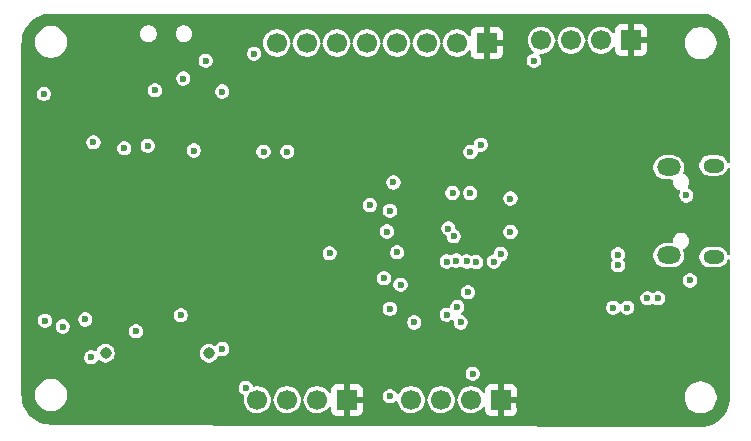
<source format=gbr>
%TF.GenerationSoftware,KiCad,Pcbnew,9.0.3*%
%TF.CreationDate,2025-09-24T15:40:22-07:00*%
%TF.ProjectId,linklet,6c696e6b-6c65-4742-9e6b-696361645f70,rev?*%
%TF.SameCoordinates,Original*%
%TF.FileFunction,Copper,L3,Inr*%
%TF.FilePolarity,Positive*%
%FSLAX46Y46*%
G04 Gerber Fmt 4.6, Leading zero omitted, Abs format (unit mm)*
G04 Created by KiCad (PCBNEW 9.0.3) date 2025-09-24 15:40:22*
%MOMM*%
%LPD*%
G01*
G04 APERTURE LIST*
%TA.AperFunction,ComponentPad*%
%ADD10R,1.700000X1.700000*%
%TD*%
%TA.AperFunction,ComponentPad*%
%ADD11C,1.700000*%
%TD*%
%TA.AperFunction,HeatsinkPad*%
%ADD12O,1.800000X1.150000*%
%TD*%
%TA.AperFunction,HeatsinkPad*%
%ADD13O,2.000000X1.450000*%
%TD*%
%TA.AperFunction,ComponentPad*%
%ADD14C,0.970000*%
%TD*%
%TA.AperFunction,ViaPad*%
%ADD15C,0.600000*%
%TD*%
G04 APERTURE END LIST*
D10*
%TO.N,+3.3V*%
%TO.C,J7*%
X95890000Y-82000000D03*
D11*
%TO.N,/USER_I2C_SDA*%
X93350000Y-82000000D03*
%TO.N,/USER_I2C_SCL*%
X90810000Y-82000000D03*
%TO.N,/USER_UART_TX*%
X88270000Y-82000000D03*
%TO.N,/USER_UART_RX*%
X85730000Y-82000000D03*
%TO.N,unconnected-(J7-Pin_6-Pad6)*%
X83190000Y-82000000D03*
%TO.N,unconnected-(J7-Pin_7-Pad7)*%
X80650000Y-82000000D03*
%TO.N,GND*%
X78110000Y-82000000D03*
%TD*%
D12*
%TO.N,unconnected-(J1-Shield-Pad6)_3*%
%TO.C,J1*%
X115095000Y-100115000D03*
D13*
%TO.N,unconnected-(J1-Shield-Pad6)_2*%
X111295000Y-99965000D03*
%TO.N,unconnected-(J1-Shield-Pad6)_1*%
X111295000Y-92515000D03*
D12*
%TO.N,unconnected-(J1-Shield-Pad6)*%
X115095000Y-92365000D03*
%TD*%
D10*
%TO.N,+3.3V*%
%TO.C,J2*%
X108120000Y-81750000D03*
D11*
%TO.N,/SWDIO*%
X105580000Y-81750000D03*
%TO.N,/SWCLK*%
X103040000Y-81750000D03*
%TO.N,GND*%
X100500000Y-81750000D03*
%TD*%
D14*
%TO.N,GND*%
%TO.C,J6*%
X63620000Y-108260000D03*
X72380000Y-108260000D03*
%TD*%
D10*
%TO.N,+3.3V*%
%TO.C,J4*%
X84080000Y-112200000D03*
D11*
%TO.N,/I2C_SCL*%
X81540000Y-112200000D03*
%TO.N,/I2C_SDA*%
X79000000Y-112200000D03*
%TO.N,GND*%
X76460000Y-112200000D03*
%TD*%
D10*
%TO.N,+3.3V*%
%TO.C,J3*%
X97120000Y-112200000D03*
D11*
%TO.N,/USART1_TX*%
X94580000Y-112200000D03*
%TO.N,/USART1_RX*%
X92040000Y-112200000D03*
%TO.N,GND*%
X89500000Y-112200000D03*
%TD*%
D15*
%TO.N,GND*%
X107000000Y-100800000D03*
X93106714Y-98356821D03*
X61900000Y-105400000D03*
X58500000Y-105500000D03*
X58400000Y-86300000D03*
X107800000Y-104400000D03*
X66200000Y-106400000D03*
X99900000Y-83500000D03*
X112800000Y-94900000D03*
X107000000Y-99900000D03*
X87700000Y-111900000D03*
X97090000Y-99850000D03*
X109500000Y-103600000D03*
X93400000Y-104350000D03*
X113100000Y-102100000D03*
X87700000Y-104500000D03*
X87450001Y-97959625D03*
X73500000Y-107900000D03*
X62400000Y-108600000D03*
X82600000Y-99800000D03*
X93000000Y-94700000D03*
X88000000Y-93800000D03*
X72100000Y-83500000D03*
X73500000Y-86100000D03*
X76200000Y-82900000D03*
X87200000Y-101900000D03*
X97900000Y-95162500D03*
X87700000Y-96200000D03*
X75500000Y-111200000D03*
X110400000Y-103600000D03*
X86000000Y-95700000D03*
X60000000Y-106000000D03*
X106600000Y-104400000D03*
%TO.N,+3.3V*%
X92400000Y-86000000D03*
X98600000Y-112600000D03*
X108600000Y-107200000D03*
X91000000Y-89800000D03*
X77000000Y-85600000D03*
X82800000Y-109100000D03*
X91300000Y-91600000D03*
X76800000Y-109600000D03*
X86600000Y-104750000D03*
X65700000Y-84300000D03*
X109700000Y-82500000D03*
X98900000Y-103300000D03*
X101000000Y-93900000D03*
X94900000Y-86100000D03*
X103800000Y-107600000D03*
X106100000Y-107600000D03*
X78700000Y-104600000D03*
X79000000Y-85600000D03*
X108600000Y-106500000D03*
X104500000Y-95100000D03*
X97600000Y-83100000D03*
X105400000Y-104400000D03*
X104400000Y-104400000D03*
X88900000Y-95400000D03*
X111400000Y-107000000D03*
%TO.N,+3.3VA*%
X88309620Y-99709620D03*
X88600000Y-102450000D03*
%TO.N,/NRST*%
X92650000Y-97700000D03*
X89750000Y-105650000D03*
%TO.N,/TX_LED*%
X94490380Y-94690380D03*
X79000000Y-91200000D03*
%TO.N,/RX_LED*%
X94515103Y-91215103D03*
X77000000Y-91200000D03*
%TO.N,/USART1_TX*%
X94700000Y-110000000D03*
X97900000Y-98000000D03*
%TO.N,/I2C_SDA*%
X96500000Y-100500000D03*
X92500000Y-105000000D03*
%TO.N,/BOOT0*%
X95400000Y-90600000D03*
X70200000Y-85000000D03*
%TO.N,/RFM69HCW_IRQ*%
X70000000Y-105050000D03*
X94992499Y-100535021D03*
%TO.N,/RFM69HCW_MISO*%
X71100000Y-91100000D03*
X94193879Y-100488064D03*
%TO.N,/RFM69HCW_SCK*%
X93320000Y-100410000D03*
X67200000Y-90700000D03*
%TO.N,/RFM69HCW_CS*%
X65200000Y-90900000D03*
X92500000Y-100500000D03*
%TO.N,/RFM69HCW_RESET*%
X62600000Y-90400000D03*
X93700000Y-105650000D03*
%TO.N,/RFM69HCW_MOSI*%
X94300000Y-103100000D03*
X67800000Y-86000000D03*
%TD*%
%TA.AperFunction,Conductor*%
%TO.N,+3.3V*%
G36*
X114003736Y-79500726D02*
G01*
X114293796Y-79518271D01*
X114308659Y-79520076D01*
X114590798Y-79571780D01*
X114605335Y-79575363D01*
X114879172Y-79660695D01*
X114893163Y-79666000D01*
X115154743Y-79783727D01*
X115167989Y-79790680D01*
X115413465Y-79939075D01*
X115425776Y-79947573D01*
X115651573Y-80124473D01*
X115662781Y-80134403D01*
X115865596Y-80337218D01*
X115875526Y-80348426D01*
X115995481Y-80501538D01*
X116052422Y-80574217D01*
X116060926Y-80586537D01*
X116104070Y-80657906D01*
X116209316Y-80832004D01*
X116216275Y-80845263D01*
X116333997Y-81106831D01*
X116339306Y-81120832D01*
X116424635Y-81394663D01*
X116428219Y-81409201D01*
X116479923Y-81691340D01*
X116481728Y-81706205D01*
X116499274Y-81996263D01*
X116499500Y-82003750D01*
X116499500Y-92059961D01*
X116479815Y-92127000D01*
X116427011Y-92172755D01*
X116357853Y-92182699D01*
X116294297Y-92153674D01*
X116260939Y-92107414D01*
X116195859Y-91950297D01*
X116195854Y-91950288D01*
X116100045Y-91806901D01*
X116100042Y-91806897D01*
X115978102Y-91684957D01*
X115978098Y-91684954D01*
X115834711Y-91589145D01*
X115834698Y-91589138D01*
X115675378Y-91523146D01*
X115675366Y-91523143D01*
X115506232Y-91489500D01*
X115506229Y-91489500D01*
X114683771Y-91489500D01*
X114683768Y-91489500D01*
X114514633Y-91523143D01*
X114514621Y-91523146D01*
X114355301Y-91589138D01*
X114355288Y-91589145D01*
X114211901Y-91684954D01*
X114211897Y-91684957D01*
X114089957Y-91806897D01*
X114089954Y-91806901D01*
X113994145Y-91950288D01*
X113994138Y-91950301D01*
X113928146Y-92109621D01*
X113928143Y-92109633D01*
X113894500Y-92278766D01*
X113894500Y-92451233D01*
X113928143Y-92620366D01*
X113928146Y-92620378D01*
X113994138Y-92779698D01*
X113994145Y-92779711D01*
X114089954Y-92923098D01*
X114089957Y-92923102D01*
X114211897Y-93045042D01*
X114211901Y-93045045D01*
X114355288Y-93140854D01*
X114355301Y-93140861D01*
X114488142Y-93195885D01*
X114514626Y-93206855D01*
X114683384Y-93240423D01*
X114683766Y-93240499D01*
X114683769Y-93240500D01*
X114683771Y-93240500D01*
X115506231Y-93240500D01*
X115506232Y-93240499D01*
X115675374Y-93206855D01*
X115834705Y-93140858D01*
X115978099Y-93045045D01*
X116100045Y-92923099D01*
X116195858Y-92779705D01*
X116260939Y-92622586D01*
X116304780Y-92568182D01*
X116371074Y-92546117D01*
X116438773Y-92563396D01*
X116486384Y-92614533D01*
X116499500Y-92670038D01*
X116499500Y-99809961D01*
X116479815Y-99877000D01*
X116427011Y-99922755D01*
X116357853Y-99932699D01*
X116294297Y-99903674D01*
X116260939Y-99857414D01*
X116195859Y-99700297D01*
X116195854Y-99700288D01*
X116100045Y-99556901D01*
X116100042Y-99556897D01*
X115978102Y-99434957D01*
X115978098Y-99434954D01*
X115834711Y-99339145D01*
X115834698Y-99339138D01*
X115675378Y-99273146D01*
X115675366Y-99273143D01*
X115506232Y-99239500D01*
X115506229Y-99239500D01*
X114683771Y-99239500D01*
X114683768Y-99239500D01*
X114514633Y-99273143D01*
X114514621Y-99273146D01*
X114355301Y-99339138D01*
X114355288Y-99339145D01*
X114211901Y-99434954D01*
X114211897Y-99434957D01*
X114089957Y-99556897D01*
X114089954Y-99556901D01*
X113994145Y-99700288D01*
X113994138Y-99700301D01*
X113928146Y-99859621D01*
X113928143Y-99859633D01*
X113894500Y-100028766D01*
X113894500Y-100201233D01*
X113928143Y-100370366D01*
X113928146Y-100370378D01*
X113994138Y-100529698D01*
X113994145Y-100529711D01*
X114089954Y-100673098D01*
X114089957Y-100673102D01*
X114211897Y-100795042D01*
X114211901Y-100795045D01*
X114355288Y-100890854D01*
X114355301Y-100890861D01*
X114500708Y-100951090D01*
X114514626Y-100956855D01*
X114683766Y-100990499D01*
X114683769Y-100990500D01*
X114683771Y-100990500D01*
X115506231Y-100990500D01*
X115506232Y-100990499D01*
X115675374Y-100956855D01*
X115812028Y-100900251D01*
X115834698Y-100890861D01*
X115834698Y-100890860D01*
X115834705Y-100890858D01*
X115978099Y-100795045D01*
X116100045Y-100673099D01*
X116195858Y-100529705D01*
X116226402Y-100455966D01*
X116260939Y-100372586D01*
X116304780Y-100318182D01*
X116371074Y-100296117D01*
X116438773Y-100313396D01*
X116486384Y-100364533D01*
X116499500Y-100420038D01*
X116499500Y-111996249D01*
X116499274Y-112003736D01*
X116481728Y-112293794D01*
X116479923Y-112308659D01*
X116428219Y-112590798D01*
X116424635Y-112605336D01*
X116339306Y-112879167D01*
X116333997Y-112893168D01*
X116216275Y-113154736D01*
X116209316Y-113167995D01*
X116060928Y-113413459D01*
X116052422Y-113425782D01*
X115875526Y-113651573D01*
X115865596Y-113662781D01*
X115662781Y-113865596D01*
X115651573Y-113875526D01*
X115425782Y-114052422D01*
X115413459Y-114060928D01*
X115167995Y-114209316D01*
X115154736Y-114216275D01*
X114893168Y-114333997D01*
X114879167Y-114339306D01*
X114605336Y-114424635D01*
X114590798Y-114428219D01*
X114308659Y-114479923D01*
X114293794Y-114481728D01*
X114004010Y-114499256D01*
X113996072Y-114499481D01*
X59075615Y-114299771D01*
X59075600Y-114299771D01*
X59066782Y-114299737D01*
X59065892Y-114299500D01*
X59003564Y-114299500D01*
X59003298Y-114299499D01*
X59003249Y-114299484D01*
X58996277Y-114299274D01*
X58706205Y-114281728D01*
X58691340Y-114279923D01*
X58409201Y-114228219D01*
X58394663Y-114224635D01*
X58120832Y-114139306D01*
X58106831Y-114133997D01*
X57845263Y-114016275D01*
X57832004Y-114009316D01*
X57586540Y-113860928D01*
X57574217Y-113852422D01*
X57348426Y-113675526D01*
X57337218Y-113665596D01*
X57134403Y-113462781D01*
X57124473Y-113451573D01*
X57089699Y-113407187D01*
X56947573Y-113225776D01*
X56939075Y-113213465D01*
X56790680Y-112967989D01*
X56783727Y-112954743D01*
X56666000Y-112693163D01*
X56660693Y-112679167D01*
X56637686Y-112605336D01*
X56575363Y-112405335D01*
X56571780Y-112390798D01*
X56569897Y-112380522D01*
X56520075Y-112108657D01*
X56518271Y-112093794D01*
X56513021Y-112007007D01*
X56500726Y-111803736D01*
X56500500Y-111796249D01*
X56500500Y-111693713D01*
X57649500Y-111693713D01*
X57649500Y-111906287D01*
X57656424Y-111950000D01*
X57681678Y-112109454D01*
X57682754Y-112116243D01*
X57747738Y-112316243D01*
X57748444Y-112318414D01*
X57844951Y-112507820D01*
X57969890Y-112679786D01*
X58120213Y-112830109D01*
X58292179Y-112955048D01*
X58292181Y-112955049D01*
X58292184Y-112955051D01*
X58481588Y-113051557D01*
X58683757Y-113117246D01*
X58893713Y-113150500D01*
X58893714Y-113150500D01*
X59106286Y-113150500D01*
X59106287Y-113150500D01*
X59316243Y-113117246D01*
X59518412Y-113051557D01*
X59707816Y-112955051D01*
X59782092Y-112901087D01*
X59879786Y-112830109D01*
X59879788Y-112830106D01*
X59879792Y-112830104D01*
X60030104Y-112679792D01*
X60030106Y-112679788D01*
X60030109Y-112679786D01*
X60155048Y-112507820D01*
X60155047Y-112507820D01*
X60155051Y-112507816D01*
X60251557Y-112318412D01*
X60317246Y-112116243D01*
X60350500Y-111906287D01*
X60350500Y-111693713D01*
X60317246Y-111483757D01*
X60251557Y-111281588D01*
X60169704Y-111120943D01*
X74899500Y-111120943D01*
X74899500Y-111279057D01*
X74937127Y-111419481D01*
X74940423Y-111431783D01*
X74940426Y-111431790D01*
X75019475Y-111568709D01*
X75019479Y-111568714D01*
X75019480Y-111568716D01*
X75131284Y-111680520D01*
X75131286Y-111680521D01*
X75131290Y-111680524D01*
X75224102Y-111734108D01*
X75268216Y-111759577D01*
X75268223Y-111759579D01*
X75272647Y-111761412D01*
X75327050Y-111805254D01*
X75349114Y-111871548D01*
X75343125Y-111914287D01*
X75337829Y-111930586D01*
X75337829Y-111930587D01*
X75309500Y-112109448D01*
X75309500Y-112290551D01*
X75337829Y-112469410D01*
X75393787Y-112641636D01*
X75393788Y-112641639D01*
X75476006Y-112802997D01*
X75582441Y-112949494D01*
X75582445Y-112949499D01*
X75710500Y-113077554D01*
X75710505Y-113077558D01*
X75738427Y-113097844D01*
X75857006Y-113183996D01*
X75962484Y-113237740D01*
X76018360Y-113266211D01*
X76018363Y-113266212D01*
X76097997Y-113292086D01*
X76190591Y-113322171D01*
X76273429Y-113335291D01*
X76369449Y-113350500D01*
X76369454Y-113350500D01*
X76550551Y-113350500D01*
X76637259Y-113336765D01*
X76729409Y-113322171D01*
X76901639Y-113266211D01*
X77062994Y-113183996D01*
X77209501Y-113077553D01*
X77337553Y-112949501D01*
X77443996Y-112802994D01*
X77526211Y-112641639D01*
X77582171Y-112469409D01*
X77598519Y-112366191D01*
X77607527Y-112309321D01*
X77637456Y-112246186D01*
X77696768Y-112209255D01*
X77766630Y-112210253D01*
X77824863Y-112248863D01*
X77852473Y-112309321D01*
X77877829Y-112469410D01*
X77933787Y-112641636D01*
X77933788Y-112641639D01*
X78016006Y-112802997D01*
X78122441Y-112949494D01*
X78122445Y-112949499D01*
X78250500Y-113077554D01*
X78250505Y-113077558D01*
X78278427Y-113097844D01*
X78397006Y-113183996D01*
X78502484Y-113237740D01*
X78558360Y-113266211D01*
X78558363Y-113266212D01*
X78637997Y-113292086D01*
X78730591Y-113322171D01*
X78813429Y-113335291D01*
X78909449Y-113350500D01*
X78909454Y-113350500D01*
X79090551Y-113350500D01*
X79177259Y-113336765D01*
X79269409Y-113322171D01*
X79441639Y-113266211D01*
X79602994Y-113183996D01*
X79749501Y-113077553D01*
X79877553Y-112949501D01*
X79983996Y-112802994D01*
X80066211Y-112641639D01*
X80122171Y-112469409D01*
X80138519Y-112366191D01*
X80147527Y-112309321D01*
X80177456Y-112246186D01*
X80236768Y-112209255D01*
X80306630Y-112210253D01*
X80364863Y-112248863D01*
X80392473Y-112309321D01*
X80417829Y-112469410D01*
X80473787Y-112641636D01*
X80473788Y-112641639D01*
X80556006Y-112802997D01*
X80662441Y-112949494D01*
X80662445Y-112949499D01*
X80790500Y-113077554D01*
X80790505Y-113077558D01*
X80818427Y-113097844D01*
X80937006Y-113183996D01*
X81042484Y-113237740D01*
X81098360Y-113266211D01*
X81098363Y-113266212D01*
X81177997Y-113292086D01*
X81270591Y-113322171D01*
X81353429Y-113335291D01*
X81449449Y-113350500D01*
X81449454Y-113350500D01*
X81630551Y-113350500D01*
X81717259Y-113336765D01*
X81809409Y-113322171D01*
X81981639Y-113266211D01*
X82142994Y-113183996D01*
X82289501Y-113077553D01*
X82417553Y-112949501D01*
X82417555Y-112949497D01*
X82417558Y-112949495D01*
X82505682Y-112828202D01*
X82561011Y-112785536D01*
X82630625Y-112779557D01*
X82692420Y-112812162D01*
X82726777Y-112873001D01*
X82730000Y-112901087D01*
X82730000Y-113097844D01*
X82736401Y-113157372D01*
X82736403Y-113157379D01*
X82786645Y-113292086D01*
X82786649Y-113292093D01*
X82872809Y-113407187D01*
X82872812Y-113407190D01*
X82987906Y-113493350D01*
X82987913Y-113493354D01*
X83122620Y-113543596D01*
X83122627Y-113543598D01*
X83182155Y-113549999D01*
X83182172Y-113550000D01*
X83830000Y-113550000D01*
X83830000Y-112633012D01*
X83887007Y-112665925D01*
X84014174Y-112700000D01*
X84145826Y-112700000D01*
X84272993Y-112665925D01*
X84330000Y-112633012D01*
X84330000Y-113550000D01*
X84977828Y-113550000D01*
X84977844Y-113549999D01*
X85037372Y-113543598D01*
X85037379Y-113543596D01*
X85172086Y-113493354D01*
X85172093Y-113493350D01*
X85287187Y-113407190D01*
X85287190Y-113407187D01*
X85373350Y-113292093D01*
X85373354Y-113292086D01*
X85423596Y-113157379D01*
X85423598Y-113157372D01*
X85429999Y-113097844D01*
X85430000Y-113097827D01*
X85430000Y-112450000D01*
X84513012Y-112450000D01*
X84545925Y-112392993D01*
X84580000Y-112265826D01*
X84580000Y-112134174D01*
X84545925Y-112007007D01*
X84513012Y-111950000D01*
X85430000Y-111950000D01*
X85430000Y-111820943D01*
X87099500Y-111820943D01*
X87099500Y-111979056D01*
X87140423Y-112131783D01*
X87140426Y-112131790D01*
X87219475Y-112268709D01*
X87219479Y-112268714D01*
X87219480Y-112268716D01*
X87331284Y-112380520D01*
X87331286Y-112380521D01*
X87331290Y-112380524D01*
X87451628Y-112450000D01*
X87468216Y-112459577D01*
X87620943Y-112500500D01*
X87620945Y-112500500D01*
X87779055Y-112500500D01*
X87779057Y-112500500D01*
X87931784Y-112459577D01*
X88068716Y-112380520D01*
X88151329Y-112297906D01*
X88212648Y-112264424D01*
X88282340Y-112269408D01*
X88338274Y-112311279D01*
X88361480Y-112366191D01*
X88377829Y-112469410D01*
X88433787Y-112641636D01*
X88433788Y-112641639D01*
X88516006Y-112802997D01*
X88622441Y-112949494D01*
X88622445Y-112949499D01*
X88750500Y-113077554D01*
X88750505Y-113077558D01*
X88778427Y-113097844D01*
X88897006Y-113183996D01*
X89002484Y-113237740D01*
X89058360Y-113266211D01*
X89058363Y-113266212D01*
X89137997Y-113292086D01*
X89230591Y-113322171D01*
X89313429Y-113335291D01*
X89409449Y-113350500D01*
X89409454Y-113350500D01*
X89590551Y-113350500D01*
X89677259Y-113336765D01*
X89769409Y-113322171D01*
X89941639Y-113266211D01*
X90102994Y-113183996D01*
X90249501Y-113077553D01*
X90377553Y-112949501D01*
X90483996Y-112802994D01*
X90566211Y-112641639D01*
X90622171Y-112469409D01*
X90638519Y-112366191D01*
X90647527Y-112309321D01*
X90677456Y-112246186D01*
X90736768Y-112209255D01*
X90806630Y-112210253D01*
X90864863Y-112248863D01*
X90892473Y-112309321D01*
X90917829Y-112469410D01*
X90973787Y-112641636D01*
X90973788Y-112641639D01*
X91056006Y-112802997D01*
X91162441Y-112949494D01*
X91162445Y-112949499D01*
X91290500Y-113077554D01*
X91290505Y-113077558D01*
X91318427Y-113097844D01*
X91437006Y-113183996D01*
X91542484Y-113237740D01*
X91598360Y-113266211D01*
X91598363Y-113266212D01*
X91677997Y-113292086D01*
X91770591Y-113322171D01*
X91853429Y-113335291D01*
X91949449Y-113350500D01*
X91949454Y-113350500D01*
X92130551Y-113350500D01*
X92217259Y-113336765D01*
X92309409Y-113322171D01*
X92481639Y-113266211D01*
X92642994Y-113183996D01*
X92789501Y-113077553D01*
X92917553Y-112949501D01*
X93023996Y-112802994D01*
X93106211Y-112641639D01*
X93162171Y-112469409D01*
X93178519Y-112366191D01*
X93187527Y-112309321D01*
X93217456Y-112246186D01*
X93276768Y-112209255D01*
X93346630Y-112210253D01*
X93404863Y-112248863D01*
X93432473Y-112309321D01*
X93457829Y-112469410D01*
X93513787Y-112641636D01*
X93513788Y-112641639D01*
X93596006Y-112802997D01*
X93702441Y-112949494D01*
X93702445Y-112949499D01*
X93830500Y-113077554D01*
X93830505Y-113077558D01*
X93858427Y-113097844D01*
X93977006Y-113183996D01*
X94082484Y-113237740D01*
X94138360Y-113266211D01*
X94138363Y-113266212D01*
X94217997Y-113292086D01*
X94310591Y-113322171D01*
X94393429Y-113335291D01*
X94489449Y-113350500D01*
X94489454Y-113350500D01*
X94670551Y-113350500D01*
X94757259Y-113336765D01*
X94849409Y-113322171D01*
X95021639Y-113266211D01*
X95182994Y-113183996D01*
X95329501Y-113077553D01*
X95457553Y-112949501D01*
X95457555Y-112949497D01*
X95457558Y-112949495D01*
X95545682Y-112828202D01*
X95601011Y-112785536D01*
X95670625Y-112779557D01*
X95732420Y-112812162D01*
X95766777Y-112873001D01*
X95770000Y-112901087D01*
X95770000Y-113097844D01*
X95776401Y-113157372D01*
X95776403Y-113157379D01*
X95826645Y-113292086D01*
X95826649Y-113292093D01*
X95912809Y-113407187D01*
X95912812Y-113407190D01*
X96027906Y-113493350D01*
X96027913Y-113493354D01*
X96162620Y-113543596D01*
X96162627Y-113543598D01*
X96222155Y-113549999D01*
X96222172Y-113550000D01*
X96870000Y-113550000D01*
X96870000Y-112633012D01*
X96927007Y-112665925D01*
X97054174Y-112700000D01*
X97185826Y-112700000D01*
X97312993Y-112665925D01*
X97370000Y-112633012D01*
X97370000Y-113550000D01*
X98017828Y-113550000D01*
X98017844Y-113549999D01*
X98077372Y-113543598D01*
X98077379Y-113543596D01*
X98212086Y-113493354D01*
X98212093Y-113493350D01*
X98327187Y-113407190D01*
X98327190Y-113407187D01*
X98413350Y-113292093D01*
X98413354Y-113292086D01*
X98463596Y-113157379D01*
X98463598Y-113157372D01*
X98469999Y-113097844D01*
X98470000Y-113097827D01*
X98470000Y-112450000D01*
X97553012Y-112450000D01*
X97585925Y-112392993D01*
X97620000Y-112265826D01*
X97620000Y-112134174D01*
X97585925Y-112007007D01*
X97553012Y-111950000D01*
X98470000Y-111950000D01*
X98470000Y-111893713D01*
X112649500Y-111893713D01*
X112649500Y-112106286D01*
X112681967Y-112311279D01*
X112682754Y-112316243D01*
X112745001Y-112507820D01*
X112748444Y-112518414D01*
X112844951Y-112707820D01*
X112969890Y-112879786D01*
X113120213Y-113030109D01*
X113292179Y-113155048D01*
X113292181Y-113155049D01*
X113292184Y-113155051D01*
X113481588Y-113251557D01*
X113683757Y-113317246D01*
X113893713Y-113350500D01*
X113893714Y-113350500D01*
X114106286Y-113350500D01*
X114106287Y-113350500D01*
X114316243Y-113317246D01*
X114518412Y-113251557D01*
X114707816Y-113155051D01*
X114729789Y-113139086D01*
X114879786Y-113030109D01*
X114879788Y-113030106D01*
X114879792Y-113030104D01*
X115030104Y-112879792D01*
X115030106Y-112879788D01*
X115030109Y-112879786D01*
X115155048Y-112707820D01*
X115155047Y-112707820D01*
X115155051Y-112707816D01*
X115251557Y-112518412D01*
X115317246Y-112316243D01*
X115350500Y-112106287D01*
X115350500Y-111893713D01*
X115317246Y-111683757D01*
X115251557Y-111481588D01*
X115155051Y-111292184D01*
X115155049Y-111292181D01*
X115155048Y-111292179D01*
X115030109Y-111120213D01*
X114879786Y-110969890D01*
X114707820Y-110844951D01*
X114518414Y-110748444D01*
X114518413Y-110748443D01*
X114518412Y-110748443D01*
X114316243Y-110682754D01*
X114316241Y-110682753D01*
X114316240Y-110682753D01*
X114154957Y-110657208D01*
X114106287Y-110649500D01*
X113893713Y-110649500D01*
X113845042Y-110657208D01*
X113683760Y-110682753D01*
X113481585Y-110748444D01*
X113292179Y-110844951D01*
X113120213Y-110969890D01*
X112969890Y-111120213D01*
X112844951Y-111292179D01*
X112748444Y-111481585D01*
X112682753Y-111683760D01*
X112649500Y-111893713D01*
X98470000Y-111893713D01*
X98470000Y-111302172D01*
X98469999Y-111302155D01*
X98463598Y-111242627D01*
X98463596Y-111242620D01*
X98413354Y-111107913D01*
X98413350Y-111107906D01*
X98327190Y-110992812D01*
X98327187Y-110992809D01*
X98212093Y-110906649D01*
X98212086Y-110906645D01*
X98077379Y-110856403D01*
X98077372Y-110856401D01*
X98017844Y-110850000D01*
X97370000Y-110850000D01*
X97370000Y-111766988D01*
X97312993Y-111734075D01*
X97185826Y-111700000D01*
X97054174Y-111700000D01*
X96927007Y-111734075D01*
X96870000Y-111766988D01*
X96870000Y-110850000D01*
X96222155Y-110850000D01*
X96162627Y-110856401D01*
X96162620Y-110856403D01*
X96027913Y-110906645D01*
X96027906Y-110906649D01*
X95912812Y-110992809D01*
X95912809Y-110992812D01*
X95826649Y-111107906D01*
X95826645Y-111107913D01*
X95776403Y-111242620D01*
X95776401Y-111242627D01*
X95770000Y-111302155D01*
X95770000Y-111498912D01*
X95750315Y-111565951D01*
X95697511Y-111611706D01*
X95628353Y-111621650D01*
X95564797Y-111592625D01*
X95545682Y-111571797D01*
X95457558Y-111450505D01*
X95457554Y-111450500D01*
X95329499Y-111322445D01*
X95329494Y-111322441D01*
X95182997Y-111216006D01*
X95182996Y-111216005D01*
X95182994Y-111216004D01*
X95131300Y-111189664D01*
X95021639Y-111133788D01*
X95021636Y-111133787D01*
X94849410Y-111077829D01*
X94670551Y-111049500D01*
X94670546Y-111049500D01*
X94489454Y-111049500D01*
X94489449Y-111049500D01*
X94310589Y-111077829D01*
X94138363Y-111133787D01*
X94138360Y-111133788D01*
X93977002Y-111216006D01*
X93830505Y-111322441D01*
X93830500Y-111322445D01*
X93702445Y-111450500D01*
X93702441Y-111450505D01*
X93596006Y-111597002D01*
X93513788Y-111758360D01*
X93513787Y-111758363D01*
X93457829Y-111930589D01*
X93432473Y-112090678D01*
X93402544Y-112153813D01*
X93343232Y-112190744D01*
X93273369Y-112189746D01*
X93215137Y-112151136D01*
X93187527Y-112090678D01*
X93169847Y-111979056D01*
X93162171Y-111930591D01*
X93119708Y-111799901D01*
X93106212Y-111758363D01*
X93106211Y-111758360D01*
X93073271Y-111693713D01*
X93023996Y-111597006D01*
X92976247Y-111531285D01*
X92917558Y-111450505D01*
X92917554Y-111450500D01*
X92789499Y-111322445D01*
X92789494Y-111322441D01*
X92642997Y-111216006D01*
X92642996Y-111216005D01*
X92642994Y-111216004D01*
X92591300Y-111189664D01*
X92481639Y-111133788D01*
X92481636Y-111133787D01*
X92309410Y-111077829D01*
X92130551Y-111049500D01*
X92130546Y-111049500D01*
X91949454Y-111049500D01*
X91949449Y-111049500D01*
X91770589Y-111077829D01*
X91598363Y-111133787D01*
X91598360Y-111133788D01*
X91437002Y-111216006D01*
X91290505Y-111322441D01*
X91290500Y-111322445D01*
X91162445Y-111450500D01*
X91162441Y-111450505D01*
X91056006Y-111597002D01*
X90973788Y-111758360D01*
X90973787Y-111758363D01*
X90917829Y-111930589D01*
X90892473Y-112090678D01*
X90862544Y-112153813D01*
X90803232Y-112190744D01*
X90733369Y-112189746D01*
X90675137Y-112151136D01*
X90647527Y-112090678D01*
X90629847Y-111979056D01*
X90622171Y-111930591D01*
X90579708Y-111799901D01*
X90566212Y-111758363D01*
X90566211Y-111758360D01*
X90533271Y-111693713D01*
X90483996Y-111597006D01*
X90436247Y-111531285D01*
X90377558Y-111450505D01*
X90377554Y-111450500D01*
X90249499Y-111322445D01*
X90249494Y-111322441D01*
X90102997Y-111216006D01*
X90102996Y-111216005D01*
X90102994Y-111216004D01*
X90051300Y-111189664D01*
X89941639Y-111133788D01*
X89941636Y-111133787D01*
X89769410Y-111077829D01*
X89590551Y-111049500D01*
X89590546Y-111049500D01*
X89409454Y-111049500D01*
X89409449Y-111049500D01*
X89230589Y-111077829D01*
X89058363Y-111133787D01*
X89058360Y-111133788D01*
X88897002Y-111216006D01*
X88750505Y-111322441D01*
X88750500Y-111322445D01*
X88622445Y-111450500D01*
X88622441Y-111450505D01*
X88516004Y-111597004D01*
X88480198Y-111667276D01*
X88432223Y-111718072D01*
X88364402Y-111734866D01*
X88298267Y-111712328D01*
X88262326Y-111672979D01*
X88259577Y-111668218D01*
X88259577Y-111668216D01*
X88180520Y-111531284D01*
X88068716Y-111419480D01*
X88068714Y-111419479D01*
X88068709Y-111419475D01*
X87931790Y-111340426D01*
X87931786Y-111340424D01*
X87931784Y-111340423D01*
X87779057Y-111299500D01*
X87620943Y-111299500D01*
X87468216Y-111340423D01*
X87468209Y-111340426D01*
X87331290Y-111419475D01*
X87331282Y-111419481D01*
X87219481Y-111531282D01*
X87219475Y-111531290D01*
X87140426Y-111668209D01*
X87140423Y-111668216D01*
X87099500Y-111820943D01*
X85430000Y-111820943D01*
X85430000Y-111302172D01*
X85429999Y-111302155D01*
X85423598Y-111242627D01*
X85423596Y-111242620D01*
X85373354Y-111107913D01*
X85373350Y-111107906D01*
X85287190Y-110992812D01*
X85287187Y-110992809D01*
X85172093Y-110906649D01*
X85172086Y-110906645D01*
X85037379Y-110856403D01*
X85037372Y-110856401D01*
X84977844Y-110850000D01*
X84330000Y-110850000D01*
X84330000Y-111766988D01*
X84272993Y-111734075D01*
X84145826Y-111700000D01*
X84014174Y-111700000D01*
X83887007Y-111734075D01*
X83830000Y-111766988D01*
X83830000Y-110850000D01*
X83182155Y-110850000D01*
X83122627Y-110856401D01*
X83122620Y-110856403D01*
X82987913Y-110906645D01*
X82987906Y-110906649D01*
X82872812Y-110992809D01*
X82872809Y-110992812D01*
X82786649Y-111107906D01*
X82786645Y-111107913D01*
X82736403Y-111242620D01*
X82736401Y-111242627D01*
X82730000Y-111302155D01*
X82730000Y-111498912D01*
X82710315Y-111565951D01*
X82657511Y-111611706D01*
X82588353Y-111621650D01*
X82524797Y-111592625D01*
X82505682Y-111571797D01*
X82417558Y-111450505D01*
X82417554Y-111450500D01*
X82289499Y-111322445D01*
X82289494Y-111322441D01*
X82142997Y-111216006D01*
X82142996Y-111216005D01*
X82142994Y-111216004D01*
X82091300Y-111189664D01*
X81981639Y-111133788D01*
X81981636Y-111133787D01*
X81809410Y-111077829D01*
X81630551Y-111049500D01*
X81630546Y-111049500D01*
X81449454Y-111049500D01*
X81449449Y-111049500D01*
X81270589Y-111077829D01*
X81098363Y-111133787D01*
X81098360Y-111133788D01*
X80937002Y-111216006D01*
X80790505Y-111322441D01*
X80790500Y-111322445D01*
X80662445Y-111450500D01*
X80662441Y-111450505D01*
X80556006Y-111597002D01*
X80473788Y-111758360D01*
X80473787Y-111758363D01*
X80417829Y-111930589D01*
X80392473Y-112090678D01*
X80362544Y-112153813D01*
X80303232Y-112190744D01*
X80233369Y-112189746D01*
X80175137Y-112151136D01*
X80147527Y-112090678D01*
X80129847Y-111979056D01*
X80122171Y-111930591D01*
X80079708Y-111799901D01*
X80066212Y-111758363D01*
X80066211Y-111758360D01*
X80033271Y-111693713D01*
X79983996Y-111597006D01*
X79936247Y-111531285D01*
X79877558Y-111450505D01*
X79877554Y-111450500D01*
X79749499Y-111322445D01*
X79749494Y-111322441D01*
X79602997Y-111216006D01*
X79602996Y-111216005D01*
X79602994Y-111216004D01*
X79551300Y-111189664D01*
X79441639Y-111133788D01*
X79441636Y-111133787D01*
X79269410Y-111077829D01*
X79090551Y-111049500D01*
X79090546Y-111049500D01*
X78909454Y-111049500D01*
X78909449Y-111049500D01*
X78730589Y-111077829D01*
X78558363Y-111133787D01*
X78558360Y-111133788D01*
X78397002Y-111216006D01*
X78250505Y-111322441D01*
X78250500Y-111322445D01*
X78122445Y-111450500D01*
X78122441Y-111450505D01*
X78016006Y-111597002D01*
X77933788Y-111758360D01*
X77933787Y-111758363D01*
X77877829Y-111930589D01*
X77852473Y-112090678D01*
X77822544Y-112153813D01*
X77763232Y-112190744D01*
X77693369Y-112189746D01*
X77635137Y-112151136D01*
X77607527Y-112090678D01*
X77589847Y-111979056D01*
X77582171Y-111930591D01*
X77539708Y-111799901D01*
X77526212Y-111758363D01*
X77526211Y-111758360D01*
X77493271Y-111693713D01*
X77443996Y-111597006D01*
X77396247Y-111531285D01*
X77337558Y-111450505D01*
X77337554Y-111450500D01*
X77209499Y-111322445D01*
X77209494Y-111322441D01*
X77062997Y-111216006D01*
X77062996Y-111216005D01*
X77062994Y-111216004D01*
X77011300Y-111189664D01*
X76901639Y-111133788D01*
X76901636Y-111133787D01*
X76729410Y-111077829D01*
X76550551Y-111049500D01*
X76550546Y-111049500D01*
X76369454Y-111049500D01*
X76369449Y-111049500D01*
X76203361Y-111075806D01*
X76134068Y-111066852D01*
X76080616Y-111021855D01*
X76064188Y-110985426D01*
X76059577Y-110968216D01*
X76024032Y-110906649D01*
X75980524Y-110831290D01*
X75980518Y-110831282D01*
X75868717Y-110719481D01*
X75868709Y-110719475D01*
X75731790Y-110640426D01*
X75731786Y-110640424D01*
X75731784Y-110640423D01*
X75579057Y-110599500D01*
X75420943Y-110599500D01*
X75268216Y-110640423D01*
X75268209Y-110640426D01*
X75131290Y-110719475D01*
X75131282Y-110719481D01*
X75019481Y-110831282D01*
X75019475Y-110831290D01*
X74940426Y-110968209D01*
X74940423Y-110968216D01*
X74899500Y-111120943D01*
X60169704Y-111120943D01*
X60155051Y-111092184D01*
X60155049Y-111092181D01*
X60155048Y-111092179D01*
X60030109Y-110920213D01*
X59879786Y-110769890D01*
X59707820Y-110644951D01*
X59518414Y-110548444D01*
X59518413Y-110548443D01*
X59518412Y-110548443D01*
X59316243Y-110482754D01*
X59316241Y-110482753D01*
X59316240Y-110482753D01*
X59154957Y-110457208D01*
X59106287Y-110449500D01*
X58893713Y-110449500D01*
X58845042Y-110457208D01*
X58683760Y-110482753D01*
X58481585Y-110548444D01*
X58292179Y-110644951D01*
X58120213Y-110769890D01*
X57969890Y-110920213D01*
X57844951Y-111092179D01*
X57748444Y-111281585D01*
X57682753Y-111483760D01*
X57664817Y-111597004D01*
X57649500Y-111693713D01*
X56500500Y-111693713D01*
X56500500Y-109920943D01*
X94099500Y-109920943D01*
X94099500Y-110079056D01*
X94140423Y-110231783D01*
X94140426Y-110231790D01*
X94219475Y-110368709D01*
X94219479Y-110368714D01*
X94219480Y-110368716D01*
X94331284Y-110480520D01*
X94331286Y-110480521D01*
X94331290Y-110480524D01*
X94335153Y-110482754D01*
X94468216Y-110559577D01*
X94620943Y-110600500D01*
X94620945Y-110600500D01*
X94779055Y-110600500D01*
X94779057Y-110600500D01*
X94931784Y-110559577D01*
X95068716Y-110480520D01*
X95180520Y-110368716D01*
X95259577Y-110231784D01*
X95300500Y-110079057D01*
X95300500Y-109920943D01*
X95259577Y-109768216D01*
X95259573Y-109768209D01*
X95180524Y-109631290D01*
X95180518Y-109631282D01*
X95068717Y-109519481D01*
X95068709Y-109519475D01*
X94931790Y-109440426D01*
X94931786Y-109440424D01*
X94931784Y-109440423D01*
X94779057Y-109399500D01*
X94620943Y-109399500D01*
X94468216Y-109440423D01*
X94468209Y-109440426D01*
X94331290Y-109519475D01*
X94331282Y-109519481D01*
X94219481Y-109631282D01*
X94219475Y-109631290D01*
X94140426Y-109768209D01*
X94140423Y-109768216D01*
X94099500Y-109920943D01*
X56500500Y-109920943D01*
X56500500Y-108520943D01*
X61799500Y-108520943D01*
X61799500Y-108679057D01*
X61821384Y-108760727D01*
X61840423Y-108831783D01*
X61840426Y-108831790D01*
X61919475Y-108968709D01*
X61919479Y-108968714D01*
X61919480Y-108968716D01*
X62031284Y-109080520D01*
X62031286Y-109080521D01*
X62031290Y-109080524D01*
X62168209Y-109159573D01*
X62168216Y-109159577D01*
X62320943Y-109200500D01*
X62320945Y-109200500D01*
X62479055Y-109200500D01*
X62479057Y-109200500D01*
X62631784Y-109159577D01*
X62768716Y-109080520D01*
X62880520Y-108968716D01*
X62923192Y-108894804D01*
X62973757Y-108846591D01*
X63042363Y-108833367D01*
X63107228Y-108859334D01*
X63118259Y-108869125D01*
X63119269Y-108870135D01*
X63119273Y-108870138D01*
X63247919Y-108956097D01*
X63247925Y-108956100D01*
X63247926Y-108956101D01*
X63390878Y-109015314D01*
X63542630Y-109045499D01*
X63542634Y-109045500D01*
X63542635Y-109045500D01*
X63697366Y-109045500D01*
X63697367Y-109045499D01*
X63849122Y-109015314D01*
X63992074Y-108956101D01*
X64120727Y-108870138D01*
X64230138Y-108760727D01*
X64316101Y-108632074D01*
X64375314Y-108489122D01*
X64405500Y-108337365D01*
X64405500Y-108182635D01*
X64405499Y-108182630D01*
X71594500Y-108182630D01*
X71594500Y-108337369D01*
X71624684Y-108489114D01*
X71624686Y-108489122D01*
X71683897Y-108632071D01*
X71683902Y-108632080D01*
X71769861Y-108760726D01*
X71769864Y-108760730D01*
X71879269Y-108870135D01*
X71879273Y-108870138D01*
X72007919Y-108956097D01*
X72007925Y-108956100D01*
X72007926Y-108956101D01*
X72150878Y-109015314D01*
X72302630Y-109045499D01*
X72302634Y-109045500D01*
X72302635Y-109045500D01*
X72457366Y-109045500D01*
X72457367Y-109045499D01*
X72609122Y-109015314D01*
X72752074Y-108956101D01*
X72880727Y-108870138D01*
X72990138Y-108760727D01*
X73076101Y-108632074D01*
X73117992Y-108530940D01*
X73161831Y-108476538D01*
X73228125Y-108454473D01*
X73264646Y-108458619D01*
X73268211Y-108459574D01*
X73268216Y-108459577D01*
X73420943Y-108500500D01*
X73420946Y-108500500D01*
X73579055Y-108500500D01*
X73579057Y-108500500D01*
X73731784Y-108459577D01*
X73868716Y-108380520D01*
X73980520Y-108268716D01*
X74059577Y-108131784D01*
X74100500Y-107979057D01*
X74100500Y-107820943D01*
X74059577Y-107668216D01*
X74048982Y-107649864D01*
X73980524Y-107531290D01*
X73980518Y-107531282D01*
X73868717Y-107419481D01*
X73868709Y-107419475D01*
X73731790Y-107340426D01*
X73731786Y-107340424D01*
X73731784Y-107340423D01*
X73579057Y-107299500D01*
X73420943Y-107299500D01*
X73268216Y-107340423D01*
X73268209Y-107340426D01*
X73131290Y-107419475D01*
X73131282Y-107419481D01*
X73019481Y-107531282D01*
X73019475Y-107531290D01*
X72997646Y-107569099D01*
X72947079Y-107617314D01*
X72878472Y-107630536D01*
X72821369Y-107610200D01*
X72752080Y-107563902D01*
X72752071Y-107563897D01*
X72609122Y-107504686D01*
X72609114Y-107504684D01*
X72457369Y-107474500D01*
X72457365Y-107474500D01*
X72302635Y-107474500D01*
X72302630Y-107474500D01*
X72150885Y-107504684D01*
X72150877Y-107504686D01*
X72007928Y-107563897D01*
X72007919Y-107563902D01*
X71879273Y-107649861D01*
X71879269Y-107649864D01*
X71769864Y-107759269D01*
X71769861Y-107759273D01*
X71683902Y-107887919D01*
X71683897Y-107887928D01*
X71624686Y-108030877D01*
X71624684Y-108030885D01*
X71594500Y-108182630D01*
X64405499Y-108182630D01*
X64375314Y-108030878D01*
X64316101Y-107887926D01*
X64316100Y-107887925D01*
X64316097Y-107887919D01*
X64230138Y-107759273D01*
X64230135Y-107759269D01*
X64120730Y-107649864D01*
X64120726Y-107649861D01*
X63992080Y-107563902D01*
X63992071Y-107563897D01*
X63849122Y-107504686D01*
X63849114Y-107504684D01*
X63697369Y-107474500D01*
X63697365Y-107474500D01*
X63542635Y-107474500D01*
X63542630Y-107474500D01*
X63390885Y-107504684D01*
X63390877Y-107504686D01*
X63247928Y-107563897D01*
X63247919Y-107563902D01*
X63119273Y-107649861D01*
X63119269Y-107649864D01*
X63009864Y-107759269D01*
X63009861Y-107759273D01*
X62923902Y-107887919D01*
X62923897Y-107887929D01*
X62870656Y-108016464D01*
X62826815Y-108070867D01*
X62760520Y-108092932D01*
X62694095Y-108076398D01*
X62631786Y-108040424D01*
X62631785Y-108040423D01*
X62631784Y-108040423D01*
X62479057Y-107999500D01*
X62320943Y-107999500D01*
X62168216Y-108040423D01*
X62168209Y-108040426D01*
X62031290Y-108119475D01*
X62031282Y-108119481D01*
X61919481Y-108231282D01*
X61919475Y-108231290D01*
X61840426Y-108368209D01*
X61840423Y-108368216D01*
X61799500Y-108520943D01*
X56500500Y-108520943D01*
X56500500Y-105420943D01*
X57899500Y-105420943D01*
X57899500Y-105579057D01*
X57939693Y-105729057D01*
X57940423Y-105731783D01*
X57940426Y-105731790D01*
X58019475Y-105868709D01*
X58019479Y-105868714D01*
X58019480Y-105868716D01*
X58131284Y-105980520D01*
X58131286Y-105980521D01*
X58131290Y-105980524D01*
X58219221Y-106031290D01*
X58268216Y-106059577D01*
X58420943Y-106100500D01*
X58420945Y-106100500D01*
X58579055Y-106100500D01*
X58579057Y-106100500D01*
X58731784Y-106059577D01*
X58868716Y-105980520D01*
X58928293Y-105920943D01*
X59399500Y-105920943D01*
X59399500Y-106079057D01*
X59434473Y-106209576D01*
X59440423Y-106231783D01*
X59440426Y-106231790D01*
X59519475Y-106368709D01*
X59519479Y-106368714D01*
X59519480Y-106368716D01*
X59631284Y-106480520D01*
X59631286Y-106480521D01*
X59631290Y-106480524D01*
X59768209Y-106559573D01*
X59768216Y-106559577D01*
X59920943Y-106600500D01*
X59920945Y-106600500D01*
X60079055Y-106600500D01*
X60079057Y-106600500D01*
X60231784Y-106559577D01*
X60368716Y-106480520D01*
X60480520Y-106368716D01*
X60508102Y-106320943D01*
X65599500Y-106320943D01*
X65599500Y-106479057D01*
X65632041Y-106600500D01*
X65640423Y-106631783D01*
X65640426Y-106631790D01*
X65719475Y-106768709D01*
X65719479Y-106768714D01*
X65719480Y-106768716D01*
X65831284Y-106880520D01*
X65831286Y-106880521D01*
X65831290Y-106880524D01*
X65968209Y-106959573D01*
X65968216Y-106959577D01*
X66120943Y-107000500D01*
X66120945Y-107000500D01*
X66279055Y-107000500D01*
X66279057Y-107000500D01*
X66431784Y-106959577D01*
X66568716Y-106880520D01*
X66680520Y-106768716D01*
X66759577Y-106631784D01*
X66800500Y-106479057D01*
X66800500Y-106320943D01*
X66759577Y-106168216D01*
X66737816Y-106130524D01*
X66680524Y-106031290D01*
X66680518Y-106031282D01*
X66568717Y-105919481D01*
X66568709Y-105919475D01*
X66431790Y-105840426D01*
X66431786Y-105840424D01*
X66431784Y-105840423D01*
X66279057Y-105799500D01*
X66120943Y-105799500D01*
X65968216Y-105840423D01*
X65968209Y-105840426D01*
X65831290Y-105919475D01*
X65831282Y-105919481D01*
X65719481Y-106031282D01*
X65719475Y-106031290D01*
X65640426Y-106168209D01*
X65640423Y-106168216D01*
X65599500Y-106320943D01*
X60508102Y-106320943D01*
X60559577Y-106231784D01*
X60600500Y-106079057D01*
X60600500Y-105920943D01*
X60559577Y-105768216D01*
X60536968Y-105729055D01*
X60480524Y-105631290D01*
X60480518Y-105631282D01*
X60368717Y-105519481D01*
X60368709Y-105519475D01*
X60231790Y-105440426D01*
X60231786Y-105440424D01*
X60231784Y-105440423D01*
X60079057Y-105399500D01*
X59920943Y-105399500D01*
X59768216Y-105440423D01*
X59768209Y-105440426D01*
X59631290Y-105519475D01*
X59631282Y-105519481D01*
X59519481Y-105631282D01*
X59519475Y-105631290D01*
X59440426Y-105768209D01*
X59440423Y-105768216D01*
X59399500Y-105920943D01*
X58928293Y-105920943D01*
X58980520Y-105868716D01*
X58984352Y-105862078D01*
X58990855Y-105850816D01*
X59014519Y-105809826D01*
X59059577Y-105731784D01*
X59100500Y-105579057D01*
X59100500Y-105420943D01*
X59073705Y-105320943D01*
X61299500Y-105320943D01*
X61299500Y-105479057D01*
X61340289Y-105631282D01*
X61340423Y-105631783D01*
X61340426Y-105631790D01*
X61419475Y-105768709D01*
X61419479Y-105768714D01*
X61419480Y-105768716D01*
X61531284Y-105880520D01*
X61531286Y-105880521D01*
X61531290Y-105880524D01*
X61668209Y-105959573D01*
X61668216Y-105959577D01*
X61820943Y-106000500D01*
X61820945Y-106000500D01*
X61979055Y-106000500D01*
X61979057Y-106000500D01*
X62131784Y-105959577D01*
X62268716Y-105880520D01*
X62380520Y-105768716D01*
X62459577Y-105631784D01*
X62500500Y-105479057D01*
X62500500Y-105320943D01*
X62459577Y-105168216D01*
X62438258Y-105131290D01*
X62380524Y-105031289D01*
X62380518Y-105031282D01*
X62320179Y-104970943D01*
X69399500Y-104970943D01*
X69399500Y-105129057D01*
X69440289Y-105281282D01*
X69440423Y-105281783D01*
X69440426Y-105281790D01*
X69519475Y-105418709D01*
X69519479Y-105418714D01*
X69519480Y-105418716D01*
X69631284Y-105530520D01*
X69631286Y-105530521D01*
X69631290Y-105530524D01*
X69715353Y-105579057D01*
X69768216Y-105609577D01*
X69920943Y-105650500D01*
X69920945Y-105650500D01*
X70079055Y-105650500D01*
X70079057Y-105650500D01*
X70231784Y-105609577D01*
X70298701Y-105570943D01*
X89149500Y-105570943D01*
X89149500Y-105729057D01*
X89190086Y-105880524D01*
X89190423Y-105881783D01*
X89190426Y-105881790D01*
X89269475Y-106018709D01*
X89269479Y-106018714D01*
X89269480Y-106018716D01*
X89381284Y-106130520D01*
X89381286Y-106130521D01*
X89381290Y-106130524D01*
X89518209Y-106209573D01*
X89518216Y-106209577D01*
X89670943Y-106250500D01*
X89670945Y-106250500D01*
X89829055Y-106250500D01*
X89829057Y-106250500D01*
X89981784Y-106209577D01*
X90118716Y-106130520D01*
X90230520Y-106018716D01*
X90309577Y-105881784D01*
X90350500Y-105729057D01*
X90350500Y-105570943D01*
X90309577Y-105418216D01*
X90309573Y-105418209D01*
X90230524Y-105281290D01*
X90230518Y-105281282D01*
X90118717Y-105169481D01*
X90118709Y-105169475D01*
X89981790Y-105090426D01*
X89981786Y-105090424D01*
X89981784Y-105090423D01*
X89829057Y-105049500D01*
X89670943Y-105049500D01*
X89518216Y-105090423D01*
X89518209Y-105090426D01*
X89381290Y-105169475D01*
X89381282Y-105169481D01*
X89269481Y-105281282D01*
X89269475Y-105281290D01*
X89190426Y-105418209D01*
X89190423Y-105418216D01*
X89149500Y-105570943D01*
X70298701Y-105570943D01*
X70368716Y-105530520D01*
X70480520Y-105418716D01*
X70559577Y-105281784D01*
X70600500Y-105129057D01*
X70600500Y-104970943D01*
X70559577Y-104818216D01*
X70559573Y-104818209D01*
X70480524Y-104681290D01*
X70480518Y-104681282D01*
X70368717Y-104569481D01*
X70368716Y-104569480D01*
X70231784Y-104490423D01*
X70079057Y-104449500D01*
X69920943Y-104449500D01*
X69768216Y-104490423D01*
X69768209Y-104490426D01*
X69631290Y-104569475D01*
X69631282Y-104569481D01*
X69519481Y-104681282D01*
X69519475Y-104681290D01*
X69440426Y-104818209D01*
X69440423Y-104818216D01*
X69399500Y-104970943D01*
X62320179Y-104970943D01*
X62268717Y-104919481D01*
X62268709Y-104919475D01*
X62131790Y-104840426D01*
X62131786Y-104840424D01*
X62131784Y-104840423D01*
X61979057Y-104799500D01*
X61820943Y-104799500D01*
X61668216Y-104840423D01*
X61668209Y-104840426D01*
X61531290Y-104919475D01*
X61531282Y-104919481D01*
X61419481Y-105031282D01*
X61419475Y-105031290D01*
X61340426Y-105168209D01*
X61340423Y-105168216D01*
X61299500Y-105320943D01*
X59073705Y-105320943D01*
X59059577Y-105268216D01*
X59002573Y-105169481D01*
X58980524Y-105131290D01*
X58980518Y-105131282D01*
X58868717Y-105019481D01*
X58868709Y-105019475D01*
X58731790Y-104940426D01*
X58731786Y-104940424D01*
X58731784Y-104940423D01*
X58579057Y-104899500D01*
X58420943Y-104899500D01*
X58268216Y-104940423D01*
X58268209Y-104940426D01*
X58131290Y-105019475D01*
X58131282Y-105019481D01*
X58019481Y-105131282D01*
X58019475Y-105131290D01*
X57940426Y-105268209D01*
X57940423Y-105268216D01*
X57899500Y-105420943D01*
X56500500Y-105420943D01*
X56500500Y-104420943D01*
X87099500Y-104420943D01*
X87099500Y-104579057D01*
X87136922Y-104718716D01*
X87140423Y-104731783D01*
X87140426Y-104731790D01*
X87219475Y-104868709D01*
X87219479Y-104868714D01*
X87219480Y-104868716D01*
X87331284Y-104980520D01*
X87331286Y-104980521D01*
X87331290Y-104980524D01*
X87419219Y-105031289D01*
X87468216Y-105059577D01*
X87620943Y-105100500D01*
X87620945Y-105100500D01*
X87779055Y-105100500D01*
X87779057Y-105100500D01*
X87931784Y-105059577D01*
X88068716Y-104980520D01*
X88128293Y-104920943D01*
X91899500Y-104920943D01*
X91899500Y-105079057D01*
X91923728Y-105169475D01*
X91940423Y-105231783D01*
X91940426Y-105231790D01*
X92019475Y-105368709D01*
X92019479Y-105368714D01*
X92019480Y-105368716D01*
X92131284Y-105480520D01*
X92131286Y-105480521D01*
X92131290Y-105480524D01*
X92217887Y-105530520D01*
X92268216Y-105559577D01*
X92420943Y-105600500D01*
X92420945Y-105600500D01*
X92579055Y-105600500D01*
X92579057Y-105600500D01*
X92731784Y-105559577D01*
X92868716Y-105480520D01*
X92889901Y-105459334D01*
X92951220Y-105425851D01*
X93020911Y-105430834D01*
X93076846Y-105472705D01*
X93101264Y-105538169D01*
X93100519Y-105563202D01*
X93099500Y-105570941D01*
X93099500Y-105570943D01*
X93099500Y-105729057D01*
X93140086Y-105880524D01*
X93140423Y-105881783D01*
X93140426Y-105881790D01*
X93219475Y-106018709D01*
X93219479Y-106018714D01*
X93219480Y-106018716D01*
X93331284Y-106130520D01*
X93331286Y-106130521D01*
X93331290Y-106130524D01*
X93468209Y-106209573D01*
X93468216Y-106209577D01*
X93620943Y-106250500D01*
X93620945Y-106250500D01*
X93779055Y-106250500D01*
X93779057Y-106250500D01*
X93931784Y-106209577D01*
X94068716Y-106130520D01*
X94180520Y-106018716D01*
X94259577Y-105881784D01*
X94300500Y-105729057D01*
X94300500Y-105570943D01*
X94259577Y-105418216D01*
X94259573Y-105418209D01*
X94180524Y-105281290D01*
X94180518Y-105281282D01*
X94068717Y-105169481D01*
X94068709Y-105169475D01*
X93931790Y-105090426D01*
X93931785Y-105090423D01*
X93802099Y-105055674D01*
X93742439Y-105019309D01*
X93711910Y-104956461D01*
X93720205Y-104887086D01*
X93762533Y-104835819D01*
X93762265Y-104835470D01*
X93763786Y-104834302D01*
X93764690Y-104833208D01*
X93767522Y-104831435D01*
X93768709Y-104830523D01*
X93768716Y-104830520D01*
X93880520Y-104718716D01*
X93959577Y-104581784D01*
X94000500Y-104429057D01*
X94000500Y-104320943D01*
X105999500Y-104320943D01*
X105999500Y-104479057D01*
X106040289Y-104631282D01*
X106040423Y-104631783D01*
X106040426Y-104631790D01*
X106119475Y-104768709D01*
X106119479Y-104768714D01*
X106119480Y-104768716D01*
X106231284Y-104880520D01*
X106231286Y-104880521D01*
X106231290Y-104880524D01*
X106298765Y-104919480D01*
X106368216Y-104959577D01*
X106520943Y-105000500D01*
X106520945Y-105000500D01*
X106679055Y-105000500D01*
X106679057Y-105000500D01*
X106831784Y-104959577D01*
X106968716Y-104880520D01*
X107080520Y-104768716D01*
X107092612Y-104747772D01*
X107143178Y-104699555D01*
X107211785Y-104686331D01*
X107276650Y-104712298D01*
X107307388Y-104747772D01*
X107319477Y-104768712D01*
X107319479Y-104768715D01*
X107319480Y-104768716D01*
X107431284Y-104880520D01*
X107431286Y-104880521D01*
X107431290Y-104880524D01*
X107498765Y-104919480D01*
X107568216Y-104959577D01*
X107720943Y-105000500D01*
X107720945Y-105000500D01*
X107879055Y-105000500D01*
X107879057Y-105000500D01*
X108031784Y-104959577D01*
X108168716Y-104880520D01*
X108280520Y-104768716D01*
X108359577Y-104631784D01*
X108400500Y-104479057D01*
X108400500Y-104320943D01*
X108359577Y-104168216D01*
X108338258Y-104131290D01*
X108280524Y-104031290D01*
X108280518Y-104031282D01*
X108168717Y-103919481D01*
X108168709Y-103919475D01*
X108031790Y-103840426D01*
X108031786Y-103840424D01*
X108031784Y-103840423D01*
X107879057Y-103799500D01*
X107720943Y-103799500D01*
X107568216Y-103840423D01*
X107568209Y-103840426D01*
X107431290Y-103919475D01*
X107431282Y-103919481D01*
X107319481Y-104031282D01*
X107319477Y-104031287D01*
X107307387Y-104052229D01*
X107256820Y-104100445D01*
X107188213Y-104113668D01*
X107123348Y-104087700D01*
X107092613Y-104052229D01*
X107080522Y-104031287D01*
X107080518Y-104031282D01*
X106968717Y-103919481D01*
X106968709Y-103919475D01*
X106831790Y-103840426D01*
X106831786Y-103840424D01*
X106831784Y-103840423D01*
X106679057Y-103799500D01*
X106520943Y-103799500D01*
X106368216Y-103840423D01*
X106368209Y-103840426D01*
X106231290Y-103919475D01*
X106231282Y-103919481D01*
X106119481Y-104031282D01*
X106119475Y-104031290D01*
X106040426Y-104168209D01*
X106040423Y-104168216D01*
X105999500Y-104320943D01*
X94000500Y-104320943D01*
X94000500Y-104270943D01*
X93959577Y-104118216D01*
X93937816Y-104080524D01*
X93880524Y-103981290D01*
X93880518Y-103981282D01*
X93768717Y-103869481D01*
X93768709Y-103869475D01*
X93631790Y-103790426D01*
X93631786Y-103790424D01*
X93631784Y-103790423D01*
X93479057Y-103749500D01*
X93320943Y-103749500D01*
X93168216Y-103790423D01*
X93168209Y-103790426D01*
X93031290Y-103869475D01*
X93031282Y-103869481D01*
X92919481Y-103981282D01*
X92919475Y-103981290D01*
X92840426Y-104118209D01*
X92840423Y-104118216D01*
X92799500Y-104270943D01*
X92799500Y-104296967D01*
X92779815Y-104364006D01*
X92727011Y-104409761D01*
X92657853Y-104419705D01*
X92643408Y-104416742D01*
X92579058Y-104399500D01*
X92579057Y-104399500D01*
X92420943Y-104399500D01*
X92268216Y-104440423D01*
X92268209Y-104440426D01*
X92131290Y-104519475D01*
X92131282Y-104519481D01*
X92019481Y-104631282D01*
X92019475Y-104631290D01*
X91940426Y-104768209D01*
X91940423Y-104768216D01*
X91899500Y-104920943D01*
X88128293Y-104920943D01*
X88180520Y-104868716D01*
X88184833Y-104861246D01*
X88190855Y-104850816D01*
X88214519Y-104809826D01*
X88259577Y-104731784D01*
X88300500Y-104579057D01*
X88300500Y-104420943D01*
X88259577Y-104268216D01*
X88201843Y-104168216D01*
X88180524Y-104131290D01*
X88180518Y-104131282D01*
X88068717Y-104019481D01*
X88068709Y-104019475D01*
X87931790Y-103940426D01*
X87931786Y-103940424D01*
X87931784Y-103940423D01*
X87779057Y-103899500D01*
X87620943Y-103899500D01*
X87468216Y-103940423D01*
X87468209Y-103940426D01*
X87331290Y-104019475D01*
X87331282Y-104019481D01*
X87219481Y-104131282D01*
X87219475Y-104131290D01*
X87140426Y-104268209D01*
X87140423Y-104268216D01*
X87099500Y-104420943D01*
X56500500Y-104420943D01*
X56500500Y-101820943D01*
X86599500Y-101820943D01*
X86599500Y-101979057D01*
X86610724Y-102020943D01*
X86640423Y-102131783D01*
X86640426Y-102131790D01*
X86719475Y-102268709D01*
X86719479Y-102268714D01*
X86719480Y-102268716D01*
X86831284Y-102380520D01*
X86831286Y-102380521D01*
X86831290Y-102380524D01*
X86968209Y-102459573D01*
X86968216Y-102459577D01*
X87120943Y-102500500D01*
X87120945Y-102500500D01*
X87279055Y-102500500D01*
X87279057Y-102500500D01*
X87431784Y-102459577D01*
X87568716Y-102380520D01*
X87578293Y-102370943D01*
X87999500Y-102370943D01*
X87999500Y-102529057D01*
X88034473Y-102659576D01*
X88040423Y-102681783D01*
X88040426Y-102681790D01*
X88119475Y-102818709D01*
X88119479Y-102818714D01*
X88119480Y-102818716D01*
X88231284Y-102930520D01*
X88231286Y-102930521D01*
X88231290Y-102930524D01*
X88350762Y-102999500D01*
X88368216Y-103009577D01*
X88520943Y-103050500D01*
X88520945Y-103050500D01*
X88679055Y-103050500D01*
X88679057Y-103050500D01*
X88789365Y-103020943D01*
X93699500Y-103020943D01*
X93699500Y-103179057D01*
X93705317Y-103200764D01*
X93740423Y-103331783D01*
X93740426Y-103331790D01*
X93819475Y-103468709D01*
X93819479Y-103468714D01*
X93819480Y-103468716D01*
X93931284Y-103580520D01*
X93931286Y-103580521D01*
X93931290Y-103580524D01*
X94068209Y-103659573D01*
X94068216Y-103659577D01*
X94220943Y-103700500D01*
X94220945Y-103700500D01*
X94379055Y-103700500D01*
X94379057Y-103700500D01*
X94531784Y-103659577D01*
X94668716Y-103580520D01*
X94728293Y-103520943D01*
X108899500Y-103520943D01*
X108899500Y-103679057D01*
X108929341Y-103790423D01*
X108940423Y-103831783D01*
X108940426Y-103831790D01*
X109019475Y-103968709D01*
X109019479Y-103968714D01*
X109019480Y-103968716D01*
X109131284Y-104080520D01*
X109131286Y-104080521D01*
X109131290Y-104080524D01*
X109219221Y-104131290D01*
X109268216Y-104159577D01*
X109420943Y-104200500D01*
X109420945Y-104200500D01*
X109579055Y-104200500D01*
X109579057Y-104200500D01*
X109731784Y-104159577D01*
X109803436Y-104118209D01*
X109868707Y-104080526D01*
X109868711Y-104080522D01*
X109868716Y-104080520D01*
X109868719Y-104080516D01*
X109874507Y-104076075D01*
X109939674Y-104050877D01*
X110008120Y-104064910D01*
X110025493Y-104076075D01*
X110031292Y-104080526D01*
X110168209Y-104159573D01*
X110168216Y-104159577D01*
X110320943Y-104200500D01*
X110320945Y-104200500D01*
X110479055Y-104200500D01*
X110479057Y-104200500D01*
X110631784Y-104159577D01*
X110768716Y-104080520D01*
X110880520Y-103968716D01*
X110959577Y-103831784D01*
X111000500Y-103679057D01*
X111000500Y-103520943D01*
X110959577Y-103368216D01*
X110938543Y-103331783D01*
X110880524Y-103231290D01*
X110880518Y-103231282D01*
X110768717Y-103119481D01*
X110768709Y-103119475D01*
X110631790Y-103040426D01*
X110631786Y-103040424D01*
X110631784Y-103040423D01*
X110479057Y-102999500D01*
X110320943Y-102999500D01*
X110168216Y-103040423D01*
X110168209Y-103040426D01*
X110031291Y-103119475D01*
X110025488Y-103123928D01*
X109960319Y-103149123D01*
X109891874Y-103135086D01*
X109874512Y-103123928D01*
X109868720Y-103119484D01*
X109868716Y-103119480D01*
X109868710Y-103119476D01*
X109868708Y-103119475D01*
X109731790Y-103040426D01*
X109731786Y-103040424D01*
X109731784Y-103040423D01*
X109579057Y-102999500D01*
X109420943Y-102999500D01*
X109268216Y-103040423D01*
X109268209Y-103040426D01*
X109131290Y-103119475D01*
X109131282Y-103119481D01*
X109019481Y-103231282D01*
X109019475Y-103231290D01*
X108940426Y-103368209D01*
X108940423Y-103368216D01*
X108899500Y-103520943D01*
X94728293Y-103520943D01*
X94780520Y-103468716D01*
X94784352Y-103462078D01*
X94790855Y-103450816D01*
X94838547Y-103368209D01*
X94859577Y-103331784D01*
X94900500Y-103179057D01*
X94900500Y-103020943D01*
X94859577Y-102868216D01*
X94830999Y-102818717D01*
X94780524Y-102731290D01*
X94780518Y-102731282D01*
X94668717Y-102619481D01*
X94668709Y-102619475D01*
X94531790Y-102540426D01*
X94531786Y-102540424D01*
X94531784Y-102540423D01*
X94379057Y-102499500D01*
X94220943Y-102499500D01*
X94068216Y-102540423D01*
X94068209Y-102540426D01*
X93931290Y-102619475D01*
X93931282Y-102619481D01*
X93819481Y-102731282D01*
X93819475Y-102731290D01*
X93740426Y-102868209D01*
X93740423Y-102868216D01*
X93699500Y-103020943D01*
X88789365Y-103020943D01*
X88831784Y-103009577D01*
X88968716Y-102930520D01*
X89080520Y-102818716D01*
X89159577Y-102681784D01*
X89200500Y-102529057D01*
X89200500Y-102370943D01*
X89159577Y-102218216D01*
X89136969Y-102179057D01*
X89080524Y-102081289D01*
X89080518Y-102081282D01*
X89020179Y-102020943D01*
X112499500Y-102020943D01*
X112499500Y-102179057D01*
X112523525Y-102268717D01*
X112540423Y-102331783D01*
X112540426Y-102331790D01*
X112619475Y-102468709D01*
X112619479Y-102468714D01*
X112619480Y-102468716D01*
X112731284Y-102580520D01*
X112731286Y-102580521D01*
X112731290Y-102580524D01*
X112798765Y-102619480D01*
X112868216Y-102659577D01*
X113020943Y-102700500D01*
X113020945Y-102700500D01*
X113179055Y-102700500D01*
X113179057Y-102700500D01*
X113331784Y-102659577D01*
X113468716Y-102580520D01*
X113580520Y-102468716D01*
X113659577Y-102331784D01*
X113700500Y-102179057D01*
X113700500Y-102020943D01*
X113659577Y-101868216D01*
X113659573Y-101868209D01*
X113580524Y-101731290D01*
X113580518Y-101731282D01*
X113468717Y-101619481D01*
X113468709Y-101619475D01*
X113331790Y-101540426D01*
X113331786Y-101540424D01*
X113331784Y-101540423D01*
X113179057Y-101499500D01*
X113020943Y-101499500D01*
X112868216Y-101540423D01*
X112868209Y-101540426D01*
X112731290Y-101619475D01*
X112731282Y-101619481D01*
X112619481Y-101731282D01*
X112619475Y-101731290D01*
X112540426Y-101868209D01*
X112540423Y-101868216D01*
X112499500Y-102020943D01*
X89020179Y-102020943D01*
X88968717Y-101969481D01*
X88968709Y-101969475D01*
X88831790Y-101890426D01*
X88831786Y-101890424D01*
X88831784Y-101890423D01*
X88679057Y-101849500D01*
X88520943Y-101849500D01*
X88368216Y-101890423D01*
X88368209Y-101890426D01*
X88231290Y-101969475D01*
X88231282Y-101969481D01*
X88119481Y-102081282D01*
X88119475Y-102081290D01*
X88040426Y-102218209D01*
X88040423Y-102218216D01*
X87999500Y-102370943D01*
X87578293Y-102370943D01*
X87680520Y-102268716D01*
X87759577Y-102131784D01*
X87800500Y-101979057D01*
X87800500Y-101820943D01*
X87759577Y-101668216D01*
X87731437Y-101619475D01*
X87680524Y-101531290D01*
X87680518Y-101531282D01*
X87568717Y-101419481D01*
X87568709Y-101419475D01*
X87431790Y-101340426D01*
X87431786Y-101340424D01*
X87431784Y-101340423D01*
X87279057Y-101299500D01*
X87120943Y-101299500D01*
X86968216Y-101340423D01*
X86968209Y-101340426D01*
X86831290Y-101419475D01*
X86831282Y-101419481D01*
X86719481Y-101531282D01*
X86719475Y-101531290D01*
X86640426Y-101668209D01*
X86640423Y-101668216D01*
X86599500Y-101820943D01*
X56500500Y-101820943D01*
X56500500Y-100420943D01*
X91899500Y-100420943D01*
X91899500Y-100579057D01*
X91924700Y-100673102D01*
X91940423Y-100731783D01*
X91940426Y-100731790D01*
X92019475Y-100868709D01*
X92019479Y-100868714D01*
X92019480Y-100868716D01*
X92131284Y-100980520D01*
X92131286Y-100980521D01*
X92131290Y-100980524D01*
X92247540Y-101047640D01*
X92268216Y-101059577D01*
X92420943Y-101100500D01*
X92420945Y-101100500D01*
X92579055Y-101100500D01*
X92579057Y-101100500D01*
X92731784Y-101059577D01*
X92844820Y-100994315D01*
X92868711Y-100980523D01*
X92868714Y-100980521D01*
X92868713Y-100980521D01*
X92868716Y-100980520D01*
X92888715Y-100960520D01*
X92950037Y-100927035D01*
X93019728Y-100932018D01*
X93038394Y-100940812D01*
X93088216Y-100969577D01*
X93240943Y-101010500D01*
X93240945Y-101010500D01*
X93399055Y-101010500D01*
X93399057Y-101010500D01*
X93551784Y-100969577D01*
X93643329Y-100916723D01*
X93711228Y-100900251D01*
X93777255Y-100923104D01*
X93793009Y-100936430D01*
X93825163Y-100968584D01*
X93825165Y-100968585D01*
X93825169Y-100968588D01*
X93934640Y-101031790D01*
X93962095Y-101047641D01*
X94114822Y-101088564D01*
X94114824Y-101088564D01*
X94272934Y-101088564D01*
X94272936Y-101088564D01*
X94425663Y-101047641D01*
X94490838Y-101010012D01*
X94558736Y-100993540D01*
X94615714Y-101013260D01*
X94616744Y-101011478D01*
X94700056Y-101059577D01*
X94760715Y-101094598D01*
X94913442Y-101135521D01*
X94913444Y-101135521D01*
X95071554Y-101135521D01*
X95071556Y-101135521D01*
X95224283Y-101094598D01*
X95361215Y-101015541D01*
X95473019Y-100903737D01*
X95552076Y-100766805D01*
X95592999Y-100614078D01*
X95592999Y-100455964D01*
X95583615Y-100420943D01*
X95899500Y-100420943D01*
X95899500Y-100579057D01*
X95924700Y-100673102D01*
X95940423Y-100731783D01*
X95940426Y-100731790D01*
X96019475Y-100868709D01*
X96019479Y-100868714D01*
X96019480Y-100868716D01*
X96131284Y-100980520D01*
X96131286Y-100980521D01*
X96131290Y-100980524D01*
X96247540Y-101047640D01*
X96268216Y-101059577D01*
X96420943Y-101100500D01*
X96420945Y-101100500D01*
X96579055Y-101100500D01*
X96579057Y-101100500D01*
X96731784Y-101059577D01*
X96868716Y-100980520D01*
X96980520Y-100868716D01*
X97059577Y-100731784D01*
X97100500Y-100579057D01*
X97100500Y-100564018D01*
X97120185Y-100496979D01*
X97172989Y-100451224D01*
X97192402Y-100444244D01*
X97321784Y-100409577D01*
X97458716Y-100330520D01*
X97570520Y-100218716D01*
X97649577Y-100081784D01*
X97690500Y-99929057D01*
X97690500Y-99820943D01*
X106399500Y-99820943D01*
X106399500Y-99979057D01*
X106440289Y-100131282D01*
X106440423Y-100131783D01*
X106440426Y-100131790D01*
X106519475Y-100268708D01*
X106519480Y-100268716D01*
X106519484Y-100268720D01*
X106523928Y-100274512D01*
X106549123Y-100339681D01*
X106535086Y-100408126D01*
X106523928Y-100425488D01*
X106519475Y-100431291D01*
X106440426Y-100568209D01*
X106440423Y-100568216D01*
X106399500Y-100720943D01*
X106399500Y-100879057D01*
X106434590Y-101010013D01*
X106440423Y-101031783D01*
X106440426Y-101031790D01*
X106519475Y-101168709D01*
X106519479Y-101168714D01*
X106519480Y-101168716D01*
X106631284Y-101280520D01*
X106631286Y-101280521D01*
X106631290Y-101280524D01*
X106735040Y-101340423D01*
X106768216Y-101359577D01*
X106920943Y-101400500D01*
X106920945Y-101400500D01*
X107079055Y-101400500D01*
X107079057Y-101400500D01*
X107231784Y-101359577D01*
X107368716Y-101280520D01*
X107480520Y-101168716D01*
X107559577Y-101031784D01*
X107600500Y-100879057D01*
X107600500Y-100720943D01*
X107559577Y-100568216D01*
X107557153Y-100564018D01*
X107480526Y-100431292D01*
X107476075Y-100425493D01*
X107450877Y-100360326D01*
X107464910Y-100291880D01*
X107476075Y-100274507D01*
X107480516Y-100268719D01*
X107480520Y-100268716D01*
X107480525Y-100268708D01*
X107480526Y-100268707D01*
X107538254Y-100168716D01*
X107559577Y-100131784D01*
X107600500Y-99979057D01*
X107600500Y-99863992D01*
X109994500Y-99863992D01*
X109994500Y-100066007D01*
X110033907Y-100264119D01*
X110033909Y-100264127D01*
X110111212Y-100450752D01*
X110111217Y-100450762D01*
X110223441Y-100618718D01*
X110366281Y-100761558D01*
X110534237Y-100873782D01*
X110534241Y-100873784D01*
X110534244Y-100873786D01*
X110720873Y-100951091D01*
X110868814Y-100980518D01*
X110918992Y-100990499D01*
X110918996Y-100990500D01*
X110918997Y-100990500D01*
X111671004Y-100990500D01*
X111671005Y-100990499D01*
X111869127Y-100951091D01*
X112055756Y-100873786D01*
X112223718Y-100761558D01*
X112366558Y-100618718D01*
X112478786Y-100450756D01*
X112556091Y-100264127D01*
X112595500Y-100066003D01*
X112595500Y-99863997D01*
X112595500Y-99863993D01*
X112595499Y-99863992D01*
X112580518Y-99788676D01*
X112556091Y-99665873D01*
X112513354Y-99562697D01*
X112505885Y-99493227D01*
X112537160Y-99430748D01*
X112580457Y-99400685D01*
X112676811Y-99360775D01*
X112791542Y-99284114D01*
X112889114Y-99186542D01*
X112965775Y-99071811D01*
X112972236Y-99056214D01*
X113013198Y-98957321D01*
X113018580Y-98944328D01*
X113032975Y-98871959D01*
X113045500Y-98808995D01*
X113045500Y-98671004D01*
X113018581Y-98535677D01*
X113018580Y-98535676D01*
X113018580Y-98535672D01*
X112995737Y-98480524D01*
X112965778Y-98408195D01*
X112965771Y-98408182D01*
X112889114Y-98293458D01*
X112889111Y-98293454D01*
X112791545Y-98195888D01*
X112791541Y-98195885D01*
X112676817Y-98119228D01*
X112676804Y-98119221D01*
X112549332Y-98066421D01*
X112549322Y-98066418D01*
X112413995Y-98039500D01*
X112413993Y-98039500D01*
X112276007Y-98039500D01*
X112276005Y-98039500D01*
X112140677Y-98066418D01*
X112140667Y-98066421D01*
X112013195Y-98119221D01*
X112013182Y-98119228D01*
X111898458Y-98195885D01*
X111898454Y-98195888D01*
X111800888Y-98293454D01*
X111800885Y-98293458D01*
X111724228Y-98408182D01*
X111724221Y-98408195D01*
X111671421Y-98535667D01*
X111671418Y-98535677D01*
X111644500Y-98671004D01*
X111644500Y-98815085D01*
X111641710Y-98815085D01*
X111630942Y-98871959D01*
X111582892Y-98922683D01*
X111520541Y-98939500D01*
X110918992Y-98939500D01*
X110720880Y-98978907D01*
X110720872Y-98978909D01*
X110534247Y-99056212D01*
X110534237Y-99056217D01*
X110366281Y-99168441D01*
X110223441Y-99311281D01*
X110111217Y-99479237D01*
X110111212Y-99479247D01*
X110033909Y-99665872D01*
X110033907Y-99665880D01*
X109994500Y-99863992D01*
X107600500Y-99863992D01*
X107600500Y-99820943D01*
X107559577Y-99668216D01*
X107558224Y-99665872D01*
X107480524Y-99531290D01*
X107480518Y-99531282D01*
X107368717Y-99419481D01*
X107368709Y-99419475D01*
X107231790Y-99340426D01*
X107231786Y-99340424D01*
X107231784Y-99340423D01*
X107079057Y-99299500D01*
X106920943Y-99299500D01*
X106768216Y-99340423D01*
X106768209Y-99340426D01*
X106631290Y-99419475D01*
X106631282Y-99419481D01*
X106519481Y-99531282D01*
X106519475Y-99531290D01*
X106440426Y-99668209D01*
X106440423Y-99668216D01*
X106399500Y-99820943D01*
X97690500Y-99820943D01*
X97690500Y-99770943D01*
X97649577Y-99618216D01*
X97620706Y-99568209D01*
X97570524Y-99481290D01*
X97570518Y-99481282D01*
X97458717Y-99369481D01*
X97458709Y-99369475D01*
X97321790Y-99290426D01*
X97321786Y-99290424D01*
X97321784Y-99290423D01*
X97169057Y-99249500D01*
X97010943Y-99249500D01*
X96858216Y-99290423D01*
X96858209Y-99290426D01*
X96721290Y-99369475D01*
X96721282Y-99369481D01*
X96609481Y-99481282D01*
X96609475Y-99481290D01*
X96530426Y-99618209D01*
X96530423Y-99618216D01*
X96489500Y-99770943D01*
X96489500Y-99785981D01*
X96469815Y-99853020D01*
X96417011Y-99898775D01*
X96397594Y-99905756D01*
X96268214Y-99940423D01*
X96268209Y-99940426D01*
X96131290Y-100019475D01*
X96131282Y-100019481D01*
X96019481Y-100131282D01*
X96019475Y-100131290D01*
X95940426Y-100268209D01*
X95940423Y-100268216D01*
X95899500Y-100420943D01*
X95583615Y-100420943D01*
X95552076Y-100303237D01*
X95538963Y-100280524D01*
X95473023Y-100166311D01*
X95473017Y-100166303D01*
X95361216Y-100054502D01*
X95361208Y-100054496D01*
X95224289Y-99975447D01*
X95224285Y-99975445D01*
X95224283Y-99975444D01*
X95071556Y-99934521D01*
X94913442Y-99934521D01*
X94760715Y-99975444D01*
X94760714Y-99975444D01*
X94695540Y-100013072D01*
X94627639Y-100029543D01*
X94570663Y-100009823D01*
X94569634Y-100011607D01*
X94425669Y-99928490D01*
X94425665Y-99928488D01*
X94425663Y-99928487D01*
X94272936Y-99887564D01*
X94114822Y-99887564D01*
X93962095Y-99928487D01*
X93962094Y-99928487D01*
X93870549Y-99981340D01*
X93802648Y-99997811D01*
X93736622Y-99974959D01*
X93720869Y-99961633D01*
X93688717Y-99929481D01*
X93688709Y-99929475D01*
X93551790Y-99850426D01*
X93551786Y-99850424D01*
X93551784Y-99850423D01*
X93399057Y-99809500D01*
X93240943Y-99809500D01*
X93088216Y-99850423D01*
X93088209Y-99850426D01*
X92951285Y-99929478D01*
X92931282Y-99949481D01*
X92869958Y-99982965D01*
X92800266Y-99977979D01*
X92781603Y-99969185D01*
X92731790Y-99940426D01*
X92731786Y-99940424D01*
X92731784Y-99940423D01*
X92579057Y-99899500D01*
X92420943Y-99899500D01*
X92268216Y-99940423D01*
X92268209Y-99940426D01*
X92131290Y-100019475D01*
X92131282Y-100019481D01*
X92019481Y-100131282D01*
X92019475Y-100131290D01*
X91940426Y-100268209D01*
X91940423Y-100268216D01*
X91899500Y-100420943D01*
X56500500Y-100420943D01*
X56500500Y-99720943D01*
X81999500Y-99720943D01*
X81999500Y-99879057D01*
X82039615Y-100028766D01*
X82040423Y-100031783D01*
X82040426Y-100031790D01*
X82119475Y-100168709D01*
X82119479Y-100168714D01*
X82119480Y-100168716D01*
X82231284Y-100280520D01*
X82231286Y-100280521D01*
X82231290Y-100280524D01*
X82317887Y-100330520D01*
X82368216Y-100359577D01*
X82520943Y-100400500D01*
X82520945Y-100400500D01*
X82679055Y-100400500D01*
X82679057Y-100400500D01*
X82831784Y-100359577D01*
X82968716Y-100280520D01*
X83080520Y-100168716D01*
X83159577Y-100031784D01*
X83200500Y-99879057D01*
X83200500Y-99720943D01*
X83176283Y-99630563D01*
X87709120Y-99630563D01*
X87709120Y-99788677D01*
X87746849Y-99929481D01*
X87750043Y-99941403D01*
X87750046Y-99941410D01*
X87829095Y-100078329D01*
X87829099Y-100078334D01*
X87829100Y-100078336D01*
X87940904Y-100190140D01*
X87940906Y-100190141D01*
X87940910Y-100190144D01*
X88069054Y-100264127D01*
X88077836Y-100269197D01*
X88230563Y-100310120D01*
X88230565Y-100310120D01*
X88388674Y-100310120D01*
X88388677Y-100310120D01*
X88541404Y-100269197D01*
X88678336Y-100190140D01*
X88790140Y-100078336D01*
X88869197Y-99941404D01*
X88910120Y-99788677D01*
X88910120Y-99630563D01*
X88869197Y-99477836D01*
X88844439Y-99434954D01*
X88790144Y-99340910D01*
X88790138Y-99340902D01*
X88678337Y-99229101D01*
X88678329Y-99229095D01*
X88541410Y-99150046D01*
X88541406Y-99150044D01*
X88541404Y-99150043D01*
X88388677Y-99109120D01*
X88230563Y-99109120D01*
X88077836Y-99150043D01*
X88077829Y-99150046D01*
X87940910Y-99229095D01*
X87940902Y-99229101D01*
X87829101Y-99340902D01*
X87829095Y-99340910D01*
X87750046Y-99477829D01*
X87750043Y-99477836D01*
X87709120Y-99630563D01*
X83176283Y-99630563D01*
X83159577Y-99568216D01*
X83138258Y-99531290D01*
X83080524Y-99431290D01*
X83080518Y-99431282D01*
X82968717Y-99319481D01*
X82968709Y-99319475D01*
X82831790Y-99240426D01*
X82831786Y-99240424D01*
X82831784Y-99240423D01*
X82679057Y-99199500D01*
X82520943Y-99199500D01*
X82368216Y-99240423D01*
X82368209Y-99240426D01*
X82231290Y-99319475D01*
X82231282Y-99319481D01*
X82119481Y-99431282D01*
X82119475Y-99431290D01*
X82040426Y-99568209D01*
X82040423Y-99568216D01*
X81999500Y-99720943D01*
X56500500Y-99720943D01*
X56500500Y-97880568D01*
X86849501Y-97880568D01*
X86849501Y-98038682D01*
X86887508Y-98180524D01*
X86890424Y-98191408D01*
X86890427Y-98191415D01*
X86969476Y-98328334D01*
X86969480Y-98328339D01*
X86969481Y-98328341D01*
X87081285Y-98440145D01*
X87081287Y-98440146D01*
X87081291Y-98440149D01*
X87151217Y-98480520D01*
X87218217Y-98519202D01*
X87370944Y-98560125D01*
X87370946Y-98560125D01*
X87529056Y-98560125D01*
X87529058Y-98560125D01*
X87681785Y-98519202D01*
X87818717Y-98440145D01*
X87930521Y-98328341D01*
X88009578Y-98191409D01*
X88050501Y-98038682D01*
X88050501Y-97880568D01*
X88009578Y-97727841D01*
X87947861Y-97620943D01*
X92049500Y-97620943D01*
X92049500Y-97779057D01*
X92076701Y-97880570D01*
X92090423Y-97931783D01*
X92090426Y-97931790D01*
X92169475Y-98068709D01*
X92169479Y-98068714D01*
X92169480Y-98068716D01*
X92281284Y-98180520D01*
X92281286Y-98180521D01*
X92281290Y-98180524D01*
X92418213Y-98259576D01*
X92425728Y-98262689D01*
X92424799Y-98264930D01*
X92473948Y-98294873D01*
X92504492Y-98357712D01*
X92506214Y-98378304D01*
X92506214Y-98435878D01*
X92532953Y-98535667D01*
X92547137Y-98588604D01*
X92547140Y-98588611D01*
X92626189Y-98725530D01*
X92626193Y-98725535D01*
X92626194Y-98725537D01*
X92737998Y-98837341D01*
X92738000Y-98837342D01*
X92738004Y-98837345D01*
X92874923Y-98916394D01*
X92874930Y-98916398D01*
X93027657Y-98957321D01*
X93027659Y-98957321D01*
X93185769Y-98957321D01*
X93185771Y-98957321D01*
X93338498Y-98916398D01*
X93475430Y-98837341D01*
X93587234Y-98725537D01*
X93666291Y-98588605D01*
X93707214Y-98435878D01*
X93707214Y-98277764D01*
X93666291Y-98125037D01*
X93662937Y-98119228D01*
X93587237Y-97988109D01*
X93587234Y-97988105D01*
X93520072Y-97920943D01*
X97299500Y-97920943D01*
X97299500Y-98079057D01*
X97329605Y-98191408D01*
X97340423Y-98231783D01*
X97340426Y-98231790D01*
X97419475Y-98368709D01*
X97419479Y-98368714D01*
X97419480Y-98368716D01*
X97531284Y-98480520D01*
X97531286Y-98480521D01*
X97531290Y-98480524D01*
X97668209Y-98559573D01*
X97668216Y-98559577D01*
X97820943Y-98600500D01*
X97820945Y-98600500D01*
X97979055Y-98600500D01*
X97979057Y-98600500D01*
X98131784Y-98559577D01*
X98268716Y-98480520D01*
X98380520Y-98368716D01*
X98459577Y-98231784D01*
X98500500Y-98079057D01*
X98500500Y-97920943D01*
X98459577Y-97768216D01*
X98436263Y-97727834D01*
X98380524Y-97631290D01*
X98380518Y-97631282D01*
X98268717Y-97519481D01*
X98268709Y-97519475D01*
X98131790Y-97440426D01*
X98131786Y-97440424D01*
X98131784Y-97440423D01*
X97979057Y-97399500D01*
X97820943Y-97399500D01*
X97668216Y-97440423D01*
X97668209Y-97440426D01*
X97531290Y-97519475D01*
X97531282Y-97519481D01*
X97419481Y-97631282D01*
X97419475Y-97631290D01*
X97340426Y-97768209D01*
X97340423Y-97768216D01*
X97299500Y-97920943D01*
X93520072Y-97920943D01*
X93475431Y-97876302D01*
X93475423Y-97876296D01*
X93338504Y-97797247D01*
X93338501Y-97797245D01*
X93338498Y-97797244D01*
X93338494Y-97797243D01*
X93330991Y-97794135D01*
X93331916Y-97791901D01*
X93282731Y-97761910D01*
X93252213Y-97699057D01*
X93250500Y-97678516D01*
X93250500Y-97620945D01*
X93250500Y-97620943D01*
X93209577Y-97468216D01*
X93193531Y-97440423D01*
X93130524Y-97331290D01*
X93130518Y-97331282D01*
X93018717Y-97219481D01*
X93018709Y-97219475D01*
X92881790Y-97140426D01*
X92881786Y-97140424D01*
X92881784Y-97140423D01*
X92729057Y-97099500D01*
X92570943Y-97099500D01*
X92418216Y-97140423D01*
X92418209Y-97140426D01*
X92281290Y-97219475D01*
X92281282Y-97219481D01*
X92169481Y-97331282D01*
X92169475Y-97331290D01*
X92090426Y-97468209D01*
X92090423Y-97468216D01*
X92049500Y-97620943D01*
X87947861Y-97620943D01*
X87930521Y-97590909D01*
X87818717Y-97479105D01*
X87818715Y-97479104D01*
X87818710Y-97479100D01*
X87681791Y-97400051D01*
X87681787Y-97400049D01*
X87681785Y-97400048D01*
X87529058Y-97359125D01*
X87370944Y-97359125D01*
X87218217Y-97400048D01*
X87218210Y-97400051D01*
X87081291Y-97479100D01*
X87081283Y-97479106D01*
X86969482Y-97590907D01*
X86969476Y-97590915D01*
X86890427Y-97727834D01*
X86890424Y-97727841D01*
X86849501Y-97880568D01*
X56500500Y-97880568D01*
X56500500Y-95620943D01*
X85399500Y-95620943D01*
X85399500Y-95779056D01*
X85440423Y-95931783D01*
X85440426Y-95931790D01*
X85519475Y-96068709D01*
X85519479Y-96068714D01*
X85519480Y-96068716D01*
X85631284Y-96180520D01*
X85631286Y-96180521D01*
X85631290Y-96180524D01*
X85768209Y-96259573D01*
X85768216Y-96259577D01*
X85920943Y-96300500D01*
X85920945Y-96300500D01*
X86079055Y-96300500D01*
X86079057Y-96300500D01*
X86231784Y-96259577D01*
X86368716Y-96180520D01*
X86428293Y-96120943D01*
X87099500Y-96120943D01*
X87099500Y-96279057D01*
X87105246Y-96300499D01*
X87140423Y-96431783D01*
X87140426Y-96431790D01*
X87219475Y-96568709D01*
X87219479Y-96568714D01*
X87219480Y-96568716D01*
X87331284Y-96680520D01*
X87331286Y-96680521D01*
X87331290Y-96680524D01*
X87468209Y-96759573D01*
X87468216Y-96759577D01*
X87620943Y-96800500D01*
X87620945Y-96800500D01*
X87779055Y-96800500D01*
X87779057Y-96800500D01*
X87931784Y-96759577D01*
X88068716Y-96680520D01*
X88180520Y-96568716D01*
X88259577Y-96431784D01*
X88300500Y-96279057D01*
X88300500Y-96120943D01*
X88259577Y-95968216D01*
X88238543Y-95931783D01*
X88180524Y-95831290D01*
X88180518Y-95831282D01*
X88068717Y-95719481D01*
X88068709Y-95719475D01*
X87931790Y-95640426D01*
X87931786Y-95640424D01*
X87931784Y-95640423D01*
X87779057Y-95599500D01*
X87620943Y-95599500D01*
X87468216Y-95640423D01*
X87468209Y-95640426D01*
X87331290Y-95719475D01*
X87331282Y-95719481D01*
X87219481Y-95831282D01*
X87219475Y-95831290D01*
X87140426Y-95968209D01*
X87140423Y-95968216D01*
X87099500Y-96120943D01*
X86428293Y-96120943D01*
X86480520Y-96068716D01*
X86484352Y-96062078D01*
X86490855Y-96050816D01*
X86538547Y-95968209D01*
X86559577Y-95931784D01*
X86600500Y-95779057D01*
X86600500Y-95620943D01*
X86559577Y-95468216D01*
X86554587Y-95459573D01*
X86480524Y-95331290D01*
X86480518Y-95331282D01*
X86368717Y-95219481D01*
X86368709Y-95219475D01*
X86231790Y-95140426D01*
X86231786Y-95140424D01*
X86231784Y-95140423D01*
X86079057Y-95099500D01*
X85920943Y-95099500D01*
X85768216Y-95140423D01*
X85768209Y-95140426D01*
X85631290Y-95219475D01*
X85631282Y-95219481D01*
X85519481Y-95331282D01*
X85519475Y-95331290D01*
X85440426Y-95468209D01*
X85440423Y-95468216D01*
X85399500Y-95620943D01*
X56500500Y-95620943D01*
X56500500Y-94620943D01*
X92399500Y-94620943D01*
X92399500Y-94779057D01*
X92437846Y-94922164D01*
X92440423Y-94931783D01*
X92440426Y-94931790D01*
X92519475Y-95068709D01*
X92519479Y-95068714D01*
X92519480Y-95068716D01*
X92631284Y-95180520D01*
X92631286Y-95180521D01*
X92631290Y-95180524D01*
X92768209Y-95259573D01*
X92768216Y-95259577D01*
X92920943Y-95300500D01*
X92920945Y-95300500D01*
X93079055Y-95300500D01*
X93079057Y-95300500D01*
X93231784Y-95259577D01*
X93368716Y-95180520D01*
X93480520Y-95068716D01*
X93559577Y-94931784D01*
X93600500Y-94779057D01*
X93600500Y-94620943D01*
X93597922Y-94611323D01*
X93889880Y-94611323D01*
X93889880Y-94769437D01*
X93896406Y-94793790D01*
X93930803Y-94922163D01*
X93930806Y-94922170D01*
X94009855Y-95059089D01*
X94009859Y-95059094D01*
X94009860Y-95059096D01*
X94121664Y-95170900D01*
X94121666Y-95170901D01*
X94121670Y-95170904D01*
X94258589Y-95249953D01*
X94258596Y-95249957D01*
X94411323Y-95290880D01*
X94411325Y-95290880D01*
X94569435Y-95290880D01*
X94569437Y-95290880D01*
X94722164Y-95249957D01*
X94859096Y-95170900D01*
X94946553Y-95083443D01*
X97299500Y-95083443D01*
X97299500Y-95241557D01*
X97336735Y-95380518D01*
X97340423Y-95394283D01*
X97340426Y-95394290D01*
X97419475Y-95531209D01*
X97419479Y-95531214D01*
X97419480Y-95531216D01*
X97531284Y-95643020D01*
X97531286Y-95643021D01*
X97531290Y-95643024D01*
X97668209Y-95722073D01*
X97668216Y-95722077D01*
X97820943Y-95763000D01*
X97820945Y-95763000D01*
X97979055Y-95763000D01*
X97979057Y-95763000D01*
X98131784Y-95722077D01*
X98268716Y-95643020D01*
X98380520Y-95531216D01*
X98459577Y-95394284D01*
X98500500Y-95241557D01*
X98500500Y-95083443D01*
X98459577Y-94930716D01*
X98454639Y-94922163D01*
X98380524Y-94793790D01*
X98380518Y-94793782D01*
X98268717Y-94681981D01*
X98268709Y-94681975D01*
X98131790Y-94602926D01*
X98131786Y-94602924D01*
X98131784Y-94602923D01*
X97979057Y-94562000D01*
X97820943Y-94562000D01*
X97668216Y-94602923D01*
X97668209Y-94602926D01*
X97531290Y-94681975D01*
X97531282Y-94681981D01*
X97419481Y-94793782D01*
X97419475Y-94793790D01*
X97340426Y-94930709D01*
X97340423Y-94930716D01*
X97299500Y-95083443D01*
X94946553Y-95083443D01*
X94970900Y-95059096D01*
X95049957Y-94922164D01*
X95090880Y-94769437D01*
X95090880Y-94611323D01*
X95049957Y-94458596D01*
X95016415Y-94400499D01*
X94970904Y-94321670D01*
X94970898Y-94321662D01*
X94859097Y-94209861D01*
X94859089Y-94209855D01*
X94722170Y-94130806D01*
X94722166Y-94130804D01*
X94722164Y-94130803D01*
X94569437Y-94089880D01*
X94411323Y-94089880D01*
X94258596Y-94130803D01*
X94258589Y-94130806D01*
X94121670Y-94209855D01*
X94121662Y-94209861D01*
X94009861Y-94321662D01*
X94009855Y-94321670D01*
X93930806Y-94458589D01*
X93930803Y-94458596D01*
X93889880Y-94611323D01*
X93597922Y-94611323D01*
X93559577Y-94468216D01*
X93520481Y-94400499D01*
X93480524Y-94331290D01*
X93480518Y-94331282D01*
X93368717Y-94219481D01*
X93368709Y-94219475D01*
X93231790Y-94140426D01*
X93231786Y-94140424D01*
X93231784Y-94140423D01*
X93079057Y-94099500D01*
X92920943Y-94099500D01*
X92768216Y-94140423D01*
X92768209Y-94140426D01*
X92631290Y-94219475D01*
X92631282Y-94219481D01*
X92519481Y-94331282D01*
X92519475Y-94331290D01*
X92440426Y-94468209D01*
X92440423Y-94468216D01*
X92399500Y-94620943D01*
X56500500Y-94620943D01*
X56500500Y-93720943D01*
X87399500Y-93720943D01*
X87399500Y-93879057D01*
X87416991Y-93944332D01*
X87440423Y-94031783D01*
X87440426Y-94031790D01*
X87519475Y-94168709D01*
X87519479Y-94168714D01*
X87519480Y-94168716D01*
X87631284Y-94280520D01*
X87631286Y-94280521D01*
X87631290Y-94280524D01*
X87735040Y-94340423D01*
X87768216Y-94359577D01*
X87920943Y-94400500D01*
X87920945Y-94400500D01*
X88079055Y-94400500D01*
X88079057Y-94400500D01*
X88231784Y-94359577D01*
X88368716Y-94280520D01*
X88480520Y-94168716D01*
X88559577Y-94031784D01*
X88600500Y-93879057D01*
X88600500Y-93720943D01*
X88559577Y-93568216D01*
X88540785Y-93535667D01*
X88480524Y-93431290D01*
X88480518Y-93431282D01*
X88368717Y-93319481D01*
X88368709Y-93319475D01*
X88231790Y-93240426D01*
X88231786Y-93240424D01*
X88231784Y-93240423D01*
X88079057Y-93199500D01*
X87920943Y-93199500D01*
X87768216Y-93240423D01*
X87768209Y-93240426D01*
X87631290Y-93319475D01*
X87631282Y-93319481D01*
X87519481Y-93431282D01*
X87519475Y-93431290D01*
X87440426Y-93568209D01*
X87440423Y-93568216D01*
X87399500Y-93720943D01*
X56500500Y-93720943D01*
X56500500Y-92413992D01*
X109994500Y-92413992D01*
X109994500Y-92616007D01*
X110033907Y-92814119D01*
X110033909Y-92814127D01*
X110111212Y-93000752D01*
X110111217Y-93000762D01*
X110223441Y-93168718D01*
X110366281Y-93311558D01*
X110534237Y-93423782D01*
X110534241Y-93423784D01*
X110534244Y-93423786D01*
X110720873Y-93501091D01*
X110894700Y-93535667D01*
X110918992Y-93540499D01*
X110918996Y-93540500D01*
X110918997Y-93540500D01*
X111520541Y-93540500D01*
X111587580Y-93560185D01*
X111633335Y-93612989D01*
X111641980Y-93664915D01*
X111644500Y-93664915D01*
X111644500Y-93671007D01*
X111644500Y-93808993D01*
X111644500Y-93808995D01*
X111644499Y-93808995D01*
X111671418Y-93944322D01*
X111671421Y-93944332D01*
X111724221Y-94071804D01*
X111724228Y-94071817D01*
X111800885Y-94186541D01*
X111800888Y-94186545D01*
X111898454Y-94284111D01*
X111898458Y-94284114D01*
X112013182Y-94360771D01*
X112013195Y-94360778D01*
X112109094Y-94400500D01*
X112140672Y-94413580D01*
X112140676Y-94413580D01*
X112140677Y-94413581D01*
X112192300Y-94423850D01*
X112254211Y-94456235D01*
X112288785Y-94516951D01*
X112285045Y-94586720D01*
X112275496Y-94607465D01*
X112240425Y-94668211D01*
X112240423Y-94668216D01*
X112199500Y-94820943D01*
X112199500Y-94979057D01*
X112223525Y-95068717D01*
X112240423Y-95131783D01*
X112240426Y-95131790D01*
X112319475Y-95268709D01*
X112319479Y-95268714D01*
X112319480Y-95268716D01*
X112431284Y-95380520D01*
X112431286Y-95380521D01*
X112431290Y-95380524D01*
X112568209Y-95459573D01*
X112568216Y-95459577D01*
X112720943Y-95500500D01*
X112720945Y-95500500D01*
X112879055Y-95500500D01*
X112879057Y-95500500D01*
X113031784Y-95459577D01*
X113168716Y-95380520D01*
X113280520Y-95268716D01*
X113359577Y-95131784D01*
X113400500Y-94979057D01*
X113400500Y-94820943D01*
X113359577Y-94668216D01*
X113332284Y-94620943D01*
X113280524Y-94531290D01*
X113280518Y-94531282D01*
X113168717Y-94419481D01*
X113168709Y-94419475D01*
X113031790Y-94340426D01*
X113031786Y-94340424D01*
X113031784Y-94340423D01*
X113031782Y-94340422D01*
X113031779Y-94340421D01*
X112990716Y-94329418D01*
X112931056Y-94293053D01*
X112900528Y-94230205D01*
X112908823Y-94160830D01*
X112919704Y-94140759D01*
X112965775Y-94071811D01*
X113018580Y-93944328D01*
X113045500Y-93808993D01*
X113045500Y-93671007D01*
X113045500Y-93671004D01*
X113018581Y-93535677D01*
X113018580Y-93535676D01*
X113018580Y-93535672D01*
X112975344Y-93431290D01*
X112965778Y-93408195D01*
X112965771Y-93408182D01*
X112889114Y-93293458D01*
X112889111Y-93293454D01*
X112791545Y-93195888D01*
X112791541Y-93195885D01*
X112676817Y-93119228D01*
X112676804Y-93119221D01*
X112580462Y-93079316D01*
X112526058Y-93035476D01*
X112503993Y-92969182D01*
X112513351Y-92917307D01*
X112556091Y-92814127D01*
X112595500Y-92616003D01*
X112595500Y-92413997D01*
X112556091Y-92215873D01*
X112478786Y-92029244D01*
X112478784Y-92029241D01*
X112478782Y-92029237D01*
X112366558Y-91861281D01*
X112223718Y-91718441D01*
X112055762Y-91606217D01*
X112055752Y-91606212D01*
X111869127Y-91528909D01*
X111869119Y-91528907D01*
X111671007Y-91489500D01*
X111671003Y-91489500D01*
X110918997Y-91489500D01*
X110918992Y-91489500D01*
X110720880Y-91528907D01*
X110720872Y-91528909D01*
X110534247Y-91606212D01*
X110534237Y-91606217D01*
X110366281Y-91718441D01*
X110223441Y-91861281D01*
X110111217Y-92029237D01*
X110111212Y-92029247D01*
X110033909Y-92215872D01*
X110033907Y-92215880D01*
X109994500Y-92413992D01*
X56500500Y-92413992D01*
X56500500Y-90320943D01*
X61999500Y-90320943D01*
X61999500Y-90479057D01*
X62037127Y-90619481D01*
X62040423Y-90631783D01*
X62040426Y-90631790D01*
X62119475Y-90768709D01*
X62119479Y-90768714D01*
X62119480Y-90768716D01*
X62231284Y-90880520D01*
X62231286Y-90880521D01*
X62231290Y-90880524D01*
X62320080Y-90931786D01*
X62368216Y-90959577D01*
X62520943Y-91000500D01*
X62520945Y-91000500D01*
X62679055Y-91000500D01*
X62679057Y-91000500D01*
X62831784Y-90959577D01*
X62968716Y-90880520D01*
X63028293Y-90820943D01*
X64599500Y-90820943D01*
X64599500Y-90979057D01*
X64626687Y-91080518D01*
X64640423Y-91131783D01*
X64640426Y-91131790D01*
X64719475Y-91268709D01*
X64719479Y-91268714D01*
X64719480Y-91268716D01*
X64831284Y-91380520D01*
X64831286Y-91380521D01*
X64831290Y-91380524D01*
X64920087Y-91431790D01*
X64968216Y-91459577D01*
X65120943Y-91500500D01*
X65120945Y-91500500D01*
X65279055Y-91500500D01*
X65279057Y-91500500D01*
X65431784Y-91459577D01*
X65568716Y-91380520D01*
X65680520Y-91268716D01*
X65759577Y-91131784D01*
X65800500Y-90979057D01*
X65800500Y-90820943D01*
X65759577Y-90668216D01*
X65752252Y-90655529D01*
X65732284Y-90620943D01*
X66599500Y-90620943D01*
X66599500Y-90779057D01*
X66626687Y-90880518D01*
X66640423Y-90931783D01*
X66640426Y-90931790D01*
X66719475Y-91068709D01*
X66719479Y-91068714D01*
X66719480Y-91068716D01*
X66831284Y-91180520D01*
X66831286Y-91180521D01*
X66831290Y-91180524D01*
X66911508Y-91226837D01*
X66968216Y-91259577D01*
X67120943Y-91300500D01*
X67120945Y-91300500D01*
X67279055Y-91300500D01*
X67279057Y-91300500D01*
X67431784Y-91259577D01*
X67568716Y-91180520D01*
X67680520Y-91068716D01*
X67708102Y-91020943D01*
X70499500Y-91020943D01*
X70499500Y-91179057D01*
X70532041Y-91300500D01*
X70540423Y-91331783D01*
X70540426Y-91331790D01*
X70619475Y-91468709D01*
X70619479Y-91468714D01*
X70619480Y-91468716D01*
X70731284Y-91580520D01*
X70731286Y-91580521D01*
X70731290Y-91580524D01*
X70868209Y-91659573D01*
X70868216Y-91659577D01*
X71020943Y-91700500D01*
X71020945Y-91700500D01*
X71179055Y-91700500D01*
X71179057Y-91700500D01*
X71331784Y-91659577D01*
X71468716Y-91580520D01*
X71580520Y-91468716D01*
X71659577Y-91331784D01*
X71700500Y-91179057D01*
X71700500Y-91120943D01*
X76399500Y-91120943D01*
X76399500Y-91279057D01*
X76426687Y-91380518D01*
X76440423Y-91431783D01*
X76440426Y-91431790D01*
X76519475Y-91568709D01*
X76519479Y-91568714D01*
X76519480Y-91568716D01*
X76631284Y-91680520D01*
X76631286Y-91680521D01*
X76631290Y-91680524D01*
X76696967Y-91718442D01*
X76768216Y-91759577D01*
X76920943Y-91800500D01*
X76920945Y-91800500D01*
X77079055Y-91800500D01*
X77079057Y-91800500D01*
X77231784Y-91759577D01*
X77368716Y-91680520D01*
X77480520Y-91568716D01*
X77559577Y-91431784D01*
X77600500Y-91279057D01*
X77600500Y-91120943D01*
X78399500Y-91120943D01*
X78399500Y-91279057D01*
X78426687Y-91380518D01*
X78440423Y-91431783D01*
X78440426Y-91431790D01*
X78519475Y-91568709D01*
X78519479Y-91568714D01*
X78519480Y-91568716D01*
X78631284Y-91680520D01*
X78631286Y-91680521D01*
X78631290Y-91680524D01*
X78696967Y-91718442D01*
X78768216Y-91759577D01*
X78920943Y-91800500D01*
X78920945Y-91800500D01*
X79079055Y-91800500D01*
X79079057Y-91800500D01*
X79231784Y-91759577D01*
X79368716Y-91680520D01*
X79480520Y-91568716D01*
X79559577Y-91431784D01*
X79600500Y-91279057D01*
X79600500Y-91136046D01*
X93914603Y-91136046D01*
X93914603Y-91294160D01*
X93924685Y-91331784D01*
X93955526Y-91446886D01*
X93955529Y-91446893D01*
X94034578Y-91583812D01*
X94034582Y-91583817D01*
X94034583Y-91583819D01*
X94146387Y-91695623D01*
X94146389Y-91695624D01*
X94146393Y-91695627D01*
X94283312Y-91774676D01*
X94283319Y-91774680D01*
X94436046Y-91815603D01*
X94436048Y-91815603D01*
X94594158Y-91815603D01*
X94594160Y-91815603D01*
X94746887Y-91774680D01*
X94883819Y-91695623D01*
X94995623Y-91583819D01*
X95074680Y-91446887D01*
X95115603Y-91294160D01*
X95115603Y-91294147D01*
X95116053Y-91290734D01*
X95117239Y-91288052D01*
X95117706Y-91286310D01*
X95117977Y-91286382D01*
X95144317Y-91226837D01*
X95202641Y-91188363D01*
X95271082Y-91187140D01*
X95320943Y-91200500D01*
X95320946Y-91200500D01*
X95479055Y-91200500D01*
X95479057Y-91200500D01*
X95631784Y-91159577D01*
X95768716Y-91080520D01*
X95880520Y-90968716D01*
X95959577Y-90831784D01*
X96000500Y-90679057D01*
X96000500Y-90520943D01*
X95959577Y-90368216D01*
X95938258Y-90331290D01*
X95880524Y-90231290D01*
X95880518Y-90231282D01*
X95768717Y-90119481D01*
X95768709Y-90119475D01*
X95631790Y-90040426D01*
X95631786Y-90040424D01*
X95631784Y-90040423D01*
X95479057Y-89999500D01*
X95320943Y-89999500D01*
X95168216Y-90040423D01*
X95168209Y-90040426D01*
X95031290Y-90119475D01*
X95031282Y-90119481D01*
X94919481Y-90231282D01*
X94919475Y-90231290D01*
X94840426Y-90368209D01*
X94840423Y-90368216D01*
X94810724Y-90479057D01*
X94799499Y-90520948D01*
X94799047Y-90524380D01*
X94797861Y-90527059D01*
X94797397Y-90528793D01*
X94797126Y-90528720D01*
X94770777Y-90588275D01*
X94712450Y-90626742D01*
X94644016Y-90627961D01*
X94594160Y-90614603D01*
X94436046Y-90614603D01*
X94283319Y-90655526D01*
X94283312Y-90655529D01*
X94146393Y-90734578D01*
X94146385Y-90734584D01*
X94034584Y-90846385D01*
X94034578Y-90846393D01*
X93955529Y-90983312D01*
X93955526Y-90983319D01*
X93914603Y-91136046D01*
X79600500Y-91136046D01*
X79600500Y-91120943D01*
X79559577Y-90968216D01*
X79538543Y-90931783D01*
X79480524Y-90831290D01*
X79480518Y-90831282D01*
X79368717Y-90719481D01*
X79368709Y-90719475D01*
X79231790Y-90640426D01*
X79231786Y-90640424D01*
X79231784Y-90640423D01*
X79079057Y-90599500D01*
X78920943Y-90599500D01*
X78768216Y-90640423D01*
X78768209Y-90640426D01*
X78631290Y-90719475D01*
X78631282Y-90719481D01*
X78519481Y-90831282D01*
X78519475Y-90831290D01*
X78440426Y-90968209D01*
X78440423Y-90968216D01*
X78399500Y-91120943D01*
X77600500Y-91120943D01*
X77559577Y-90968216D01*
X77538543Y-90931783D01*
X77480524Y-90831290D01*
X77480518Y-90831282D01*
X77368717Y-90719481D01*
X77368709Y-90719475D01*
X77231790Y-90640426D01*
X77231786Y-90640424D01*
X77231784Y-90640423D01*
X77079057Y-90599500D01*
X76920943Y-90599500D01*
X76768216Y-90640423D01*
X76768209Y-90640426D01*
X76631290Y-90719475D01*
X76631282Y-90719481D01*
X76519481Y-90831282D01*
X76519475Y-90831290D01*
X76440426Y-90968209D01*
X76440423Y-90968216D01*
X76399500Y-91120943D01*
X71700500Y-91120943D01*
X71700500Y-91020943D01*
X71659577Y-90868216D01*
X71638258Y-90831290D01*
X71580524Y-90731290D01*
X71580518Y-90731282D01*
X71468717Y-90619481D01*
X71468709Y-90619475D01*
X71331790Y-90540426D01*
X71331786Y-90540424D01*
X71331784Y-90540423D01*
X71179057Y-90499500D01*
X71020943Y-90499500D01*
X70868216Y-90540423D01*
X70868209Y-90540426D01*
X70731290Y-90619475D01*
X70731282Y-90619481D01*
X70619481Y-90731282D01*
X70619475Y-90731290D01*
X70540426Y-90868209D01*
X70540423Y-90868216D01*
X70499500Y-91020943D01*
X67708102Y-91020943D01*
X67759577Y-90931784D01*
X67800500Y-90779057D01*
X67800500Y-90620943D01*
X67759577Y-90468216D01*
X67701843Y-90368216D01*
X67680524Y-90331290D01*
X67680518Y-90331282D01*
X67568717Y-90219481D01*
X67568709Y-90219475D01*
X67431790Y-90140426D01*
X67431786Y-90140424D01*
X67431784Y-90140423D01*
X67279057Y-90099500D01*
X67120943Y-90099500D01*
X66968216Y-90140423D01*
X66968209Y-90140426D01*
X66831290Y-90219475D01*
X66831282Y-90219481D01*
X66719481Y-90331282D01*
X66719475Y-90331290D01*
X66640426Y-90468209D01*
X66640423Y-90468216D01*
X66599500Y-90620943D01*
X65732284Y-90620943D01*
X65680522Y-90531287D01*
X65680518Y-90531282D01*
X65568717Y-90419481D01*
X65568709Y-90419475D01*
X65431790Y-90340426D01*
X65431786Y-90340424D01*
X65431784Y-90340423D01*
X65279057Y-90299500D01*
X65120943Y-90299500D01*
X64968216Y-90340423D01*
X64968209Y-90340426D01*
X64831290Y-90419475D01*
X64831282Y-90419481D01*
X64719481Y-90531282D01*
X64719475Y-90531290D01*
X64640426Y-90668209D01*
X64640426Y-90668210D01*
X64640423Y-90668216D01*
X64599500Y-90820943D01*
X63028293Y-90820943D01*
X63080520Y-90768716D01*
X63084352Y-90762078D01*
X63090855Y-90750816D01*
X63132284Y-90679057D01*
X63159577Y-90631784D01*
X63200500Y-90479057D01*
X63200500Y-90320943D01*
X63159577Y-90168216D01*
X63119904Y-90099500D01*
X63080524Y-90031290D01*
X63080518Y-90031282D01*
X62968717Y-89919481D01*
X62968709Y-89919475D01*
X62831790Y-89840426D01*
X62831786Y-89840424D01*
X62831784Y-89840423D01*
X62679057Y-89799500D01*
X62520943Y-89799500D01*
X62368216Y-89840423D01*
X62368209Y-89840426D01*
X62231290Y-89919475D01*
X62231282Y-89919481D01*
X62119481Y-90031282D01*
X62119475Y-90031290D01*
X62040426Y-90168209D01*
X62040423Y-90168216D01*
X61999500Y-90320943D01*
X56500500Y-90320943D01*
X56500500Y-86220943D01*
X57799500Y-86220943D01*
X57799500Y-86379057D01*
X57826687Y-86480518D01*
X57840423Y-86531783D01*
X57840426Y-86531790D01*
X57919475Y-86668709D01*
X57919479Y-86668714D01*
X57919480Y-86668716D01*
X58031284Y-86780520D01*
X58031286Y-86780521D01*
X58031290Y-86780524D01*
X58168209Y-86859573D01*
X58168216Y-86859577D01*
X58320943Y-86900500D01*
X58320945Y-86900500D01*
X58479055Y-86900500D01*
X58479057Y-86900500D01*
X58631784Y-86859577D01*
X58768716Y-86780520D01*
X58880520Y-86668716D01*
X58959577Y-86531784D01*
X59000500Y-86379057D01*
X59000500Y-86220943D01*
X58959577Y-86068216D01*
X58880520Y-85931284D01*
X58870179Y-85920943D01*
X67199500Y-85920943D01*
X67199500Y-86079057D01*
X67226295Y-86179055D01*
X67240423Y-86231783D01*
X67240426Y-86231790D01*
X67319475Y-86368709D01*
X67319479Y-86368714D01*
X67319480Y-86368716D01*
X67431284Y-86480520D01*
X67431286Y-86480521D01*
X67431290Y-86480524D01*
X67520087Y-86531790D01*
X67568216Y-86559577D01*
X67720943Y-86600500D01*
X67720945Y-86600500D01*
X67879055Y-86600500D01*
X67879057Y-86600500D01*
X68031784Y-86559577D01*
X68168716Y-86480520D01*
X68280520Y-86368716D01*
X68359577Y-86231784D01*
X68400500Y-86079057D01*
X68400500Y-86020943D01*
X72899500Y-86020943D01*
X72899500Y-86179057D01*
X72910724Y-86220943D01*
X72940423Y-86331783D01*
X72940426Y-86331790D01*
X73019475Y-86468709D01*
X73019479Y-86468714D01*
X73019480Y-86468716D01*
X73131284Y-86580520D01*
X73131286Y-86580521D01*
X73131290Y-86580524D01*
X73268209Y-86659573D01*
X73268216Y-86659577D01*
X73420943Y-86700500D01*
X73420945Y-86700500D01*
X73579055Y-86700500D01*
X73579057Y-86700500D01*
X73731784Y-86659577D01*
X73868716Y-86580520D01*
X73980520Y-86468716D01*
X74059577Y-86331784D01*
X74100500Y-86179057D01*
X74100500Y-86020943D01*
X74059577Y-85868216D01*
X74001843Y-85768216D01*
X73980524Y-85731290D01*
X73980518Y-85731282D01*
X73868717Y-85619481D01*
X73868709Y-85619475D01*
X73731790Y-85540426D01*
X73731786Y-85540424D01*
X73731784Y-85540423D01*
X73579057Y-85499500D01*
X73420943Y-85499500D01*
X73268216Y-85540423D01*
X73268209Y-85540426D01*
X73131290Y-85619475D01*
X73131282Y-85619481D01*
X73019481Y-85731282D01*
X73019475Y-85731290D01*
X72940426Y-85868209D01*
X72940423Y-85868216D01*
X72899500Y-86020943D01*
X68400500Y-86020943D01*
X68400500Y-85920943D01*
X68359577Y-85768216D01*
X68338258Y-85731290D01*
X68280524Y-85631290D01*
X68280518Y-85631282D01*
X68168717Y-85519481D01*
X68168709Y-85519475D01*
X68031790Y-85440426D01*
X68031786Y-85440424D01*
X68031784Y-85440423D01*
X67879057Y-85399500D01*
X67720943Y-85399500D01*
X67568216Y-85440423D01*
X67568209Y-85440426D01*
X67431290Y-85519475D01*
X67431282Y-85519481D01*
X67319481Y-85631282D01*
X67319475Y-85631290D01*
X67240426Y-85768209D01*
X67240423Y-85768216D01*
X67199500Y-85920943D01*
X58870179Y-85920943D01*
X58768716Y-85819480D01*
X58768714Y-85819479D01*
X58768709Y-85819475D01*
X58631790Y-85740426D01*
X58631786Y-85740424D01*
X58631784Y-85740423D01*
X58479057Y-85699500D01*
X58320943Y-85699500D01*
X58168216Y-85740423D01*
X58168209Y-85740426D01*
X58031290Y-85819475D01*
X58031282Y-85819481D01*
X57919481Y-85931282D01*
X57919475Y-85931290D01*
X57840426Y-86068209D01*
X57840423Y-86068216D01*
X57799500Y-86220943D01*
X56500500Y-86220943D01*
X56500500Y-84920943D01*
X69599500Y-84920943D01*
X69599500Y-85079056D01*
X69640423Y-85231783D01*
X69640426Y-85231790D01*
X69719475Y-85368709D01*
X69719479Y-85368714D01*
X69719480Y-85368716D01*
X69831284Y-85480520D01*
X69831286Y-85480521D01*
X69831290Y-85480524D01*
X69898765Y-85519480D01*
X69968216Y-85559577D01*
X70120943Y-85600500D01*
X70120945Y-85600500D01*
X70279055Y-85600500D01*
X70279057Y-85600500D01*
X70431784Y-85559577D01*
X70568716Y-85480520D01*
X70680520Y-85368716D01*
X70759577Y-85231784D01*
X70800500Y-85079057D01*
X70800500Y-84920943D01*
X70759577Y-84768216D01*
X70759573Y-84768209D01*
X70680524Y-84631290D01*
X70680518Y-84631282D01*
X70568717Y-84519481D01*
X70568709Y-84519475D01*
X70431790Y-84440426D01*
X70431786Y-84440424D01*
X70431784Y-84440423D01*
X70279057Y-84399500D01*
X70120943Y-84399500D01*
X69968216Y-84440423D01*
X69968209Y-84440426D01*
X69831290Y-84519475D01*
X69831282Y-84519481D01*
X69719481Y-84631282D01*
X69719475Y-84631290D01*
X69640426Y-84768209D01*
X69640423Y-84768216D01*
X69599500Y-84920943D01*
X56500500Y-84920943D01*
X56500500Y-83420943D01*
X71499500Y-83420943D01*
X71499500Y-83579056D01*
X71540423Y-83731783D01*
X71540426Y-83731790D01*
X71619475Y-83868709D01*
X71619479Y-83868714D01*
X71619480Y-83868716D01*
X71731284Y-83980520D01*
X71731286Y-83980521D01*
X71731290Y-83980524D01*
X71868209Y-84059573D01*
X71868216Y-84059577D01*
X72020943Y-84100500D01*
X72020945Y-84100500D01*
X72179055Y-84100500D01*
X72179057Y-84100500D01*
X72331784Y-84059577D01*
X72468716Y-83980520D01*
X72580520Y-83868716D01*
X72659577Y-83731784D01*
X72700500Y-83579057D01*
X72700500Y-83420943D01*
X72659577Y-83268216D01*
X72592225Y-83151557D01*
X72580524Y-83131290D01*
X72580518Y-83131282D01*
X72468717Y-83019481D01*
X72468709Y-83019475D01*
X72331790Y-82940426D01*
X72331786Y-82940424D01*
X72331784Y-82940423D01*
X72179057Y-82899500D01*
X72020943Y-82899500D01*
X71868216Y-82940423D01*
X71868209Y-82940426D01*
X71731290Y-83019475D01*
X71731282Y-83019481D01*
X71619481Y-83131282D01*
X71619475Y-83131290D01*
X71540426Y-83268209D01*
X71540423Y-83268216D01*
X71499500Y-83420943D01*
X56500500Y-83420943D01*
X56500500Y-82003750D01*
X56500726Y-81996263D01*
X56505977Y-81909448D01*
X56512978Y-81793713D01*
X57649500Y-81793713D01*
X57649500Y-82006287D01*
X57655819Y-82046186D01*
X57682703Y-82215925D01*
X57682754Y-82216243D01*
X57730166Y-82362162D01*
X57748444Y-82418414D01*
X57844951Y-82607820D01*
X57969890Y-82779786D01*
X58120213Y-82930109D01*
X58292179Y-83055048D01*
X58292181Y-83055049D01*
X58292184Y-83055051D01*
X58481588Y-83151557D01*
X58683757Y-83217246D01*
X58893713Y-83250500D01*
X58893714Y-83250500D01*
X59106286Y-83250500D01*
X59106287Y-83250500D01*
X59316243Y-83217246D01*
X59518412Y-83151557D01*
X59707816Y-83055051D01*
X59812415Y-82979056D01*
X59879786Y-82930109D01*
X59879788Y-82930106D01*
X59879792Y-82930104D01*
X59988953Y-82820943D01*
X75599500Y-82820943D01*
X75599500Y-82979057D01*
X75640289Y-83131282D01*
X75640423Y-83131783D01*
X75640426Y-83131790D01*
X75719475Y-83268709D01*
X75719479Y-83268714D01*
X75719480Y-83268716D01*
X75831284Y-83380520D01*
X75831286Y-83380521D01*
X75831290Y-83380524D01*
X75968209Y-83459573D01*
X75968216Y-83459577D01*
X76120943Y-83500500D01*
X76120945Y-83500500D01*
X76279055Y-83500500D01*
X76279057Y-83500500D01*
X76431784Y-83459577D01*
X76498701Y-83420943D01*
X99299500Y-83420943D01*
X99299500Y-83579056D01*
X99340423Y-83731783D01*
X99340426Y-83731790D01*
X99419475Y-83868709D01*
X99419479Y-83868714D01*
X99419480Y-83868716D01*
X99531284Y-83980520D01*
X99531286Y-83980521D01*
X99531290Y-83980524D01*
X99668209Y-84059573D01*
X99668216Y-84059577D01*
X99820943Y-84100500D01*
X99820945Y-84100500D01*
X99979055Y-84100500D01*
X99979057Y-84100500D01*
X100131784Y-84059577D01*
X100268716Y-83980520D01*
X100380520Y-83868716D01*
X100459577Y-83731784D01*
X100500500Y-83579057D01*
X100500500Y-83420943D01*
X100459577Y-83268216D01*
X100392225Y-83151557D01*
X100380524Y-83131290D01*
X100380518Y-83131282D01*
X100361417Y-83112181D01*
X100327932Y-83050858D01*
X100332916Y-82981166D01*
X100374788Y-82925233D01*
X100440252Y-82900816D01*
X100449098Y-82900500D01*
X100590551Y-82900500D01*
X100677259Y-82886765D01*
X100769409Y-82872171D01*
X100941639Y-82816211D01*
X101102994Y-82733996D01*
X101249501Y-82627553D01*
X101377553Y-82499501D01*
X101483996Y-82352994D01*
X101566211Y-82191639D01*
X101622171Y-82019409D01*
X101639587Y-81909448D01*
X101647527Y-81859321D01*
X101677456Y-81796186D01*
X101736768Y-81759255D01*
X101806630Y-81760253D01*
X101864863Y-81798863D01*
X101892473Y-81859321D01*
X101917829Y-82019410D01*
X101973787Y-82191636D01*
X101973788Y-82191639D01*
X102028747Y-82299500D01*
X102049600Y-82340426D01*
X102056006Y-82352997D01*
X102162441Y-82499494D01*
X102162445Y-82499499D01*
X102290500Y-82627554D01*
X102290505Y-82627558D01*
X102391710Y-82701087D01*
X102437006Y-82733996D01*
X102526885Y-82779792D01*
X102598360Y-82816211D01*
X102598363Y-82816212D01*
X102677997Y-82842086D01*
X102770591Y-82872171D01*
X102853429Y-82885291D01*
X102949449Y-82900500D01*
X102949454Y-82900500D01*
X103130551Y-82900500D01*
X103217259Y-82886765D01*
X103309409Y-82872171D01*
X103481639Y-82816211D01*
X103642994Y-82733996D01*
X103789501Y-82627553D01*
X103917553Y-82499501D01*
X104023996Y-82352994D01*
X104106211Y-82191639D01*
X104162171Y-82019409D01*
X104179587Y-81909448D01*
X104187527Y-81859321D01*
X104217456Y-81796186D01*
X104276768Y-81759255D01*
X104346630Y-81760253D01*
X104404863Y-81798863D01*
X104432473Y-81859321D01*
X104457829Y-82019410D01*
X104513787Y-82191636D01*
X104513788Y-82191639D01*
X104568747Y-82299500D01*
X104589600Y-82340426D01*
X104596006Y-82352997D01*
X104702441Y-82499494D01*
X104702445Y-82499499D01*
X104830500Y-82627554D01*
X104830505Y-82627558D01*
X104931710Y-82701087D01*
X104977006Y-82733996D01*
X105066885Y-82779792D01*
X105138360Y-82816211D01*
X105138363Y-82816212D01*
X105217997Y-82842086D01*
X105310591Y-82872171D01*
X105393429Y-82885291D01*
X105489449Y-82900500D01*
X105489454Y-82900500D01*
X105670551Y-82900500D01*
X105757259Y-82886765D01*
X105849409Y-82872171D01*
X106021639Y-82816211D01*
X106182994Y-82733996D01*
X106329501Y-82627553D01*
X106457553Y-82499501D01*
X106457555Y-82499497D01*
X106457558Y-82499495D01*
X106545682Y-82378202D01*
X106601011Y-82335536D01*
X106670625Y-82329557D01*
X106732420Y-82362162D01*
X106766777Y-82423001D01*
X106770000Y-82451087D01*
X106770000Y-82647844D01*
X106776401Y-82707372D01*
X106776403Y-82707379D01*
X106826645Y-82842086D01*
X106826649Y-82842093D01*
X106912809Y-82957187D01*
X106912812Y-82957190D01*
X107027906Y-83043350D01*
X107027913Y-83043354D01*
X107162620Y-83093596D01*
X107162627Y-83093598D01*
X107222155Y-83099999D01*
X107222172Y-83100000D01*
X107870000Y-83100000D01*
X107870000Y-82183012D01*
X107927007Y-82215925D01*
X108054174Y-82250000D01*
X108185826Y-82250000D01*
X108312993Y-82215925D01*
X108370000Y-82183012D01*
X108370000Y-83100000D01*
X109017828Y-83100000D01*
X109017844Y-83099999D01*
X109077372Y-83093598D01*
X109077379Y-83093596D01*
X109212086Y-83043354D01*
X109212093Y-83043350D01*
X109327187Y-82957190D01*
X109327190Y-82957187D01*
X109413350Y-82842093D01*
X109413354Y-82842086D01*
X109463596Y-82707379D01*
X109463598Y-82707372D01*
X109469999Y-82647844D01*
X109470000Y-82647827D01*
X109470000Y-82000000D01*
X108553012Y-82000000D01*
X108585925Y-81942993D01*
X108599130Y-81893713D01*
X112649500Y-81893713D01*
X112649500Y-82106286D01*
X112663018Y-82191639D01*
X112682754Y-82316243D01*
X112742298Y-82499501D01*
X112748444Y-82518414D01*
X112844951Y-82707820D01*
X112969890Y-82879786D01*
X113120213Y-83030109D01*
X113292179Y-83155048D01*
X113292181Y-83155049D01*
X113292184Y-83155051D01*
X113481588Y-83251557D01*
X113683757Y-83317246D01*
X113893713Y-83350500D01*
X113893714Y-83350500D01*
X114106286Y-83350500D01*
X114106287Y-83350500D01*
X114316243Y-83317246D01*
X114518412Y-83251557D01*
X114707816Y-83155051D01*
X114739842Y-83131783D01*
X114879786Y-83030109D01*
X114879788Y-83030106D01*
X114879792Y-83030104D01*
X115030104Y-82879792D01*
X115030106Y-82879788D01*
X115030109Y-82879786D01*
X115155048Y-82707820D01*
X115155047Y-82707820D01*
X115155051Y-82707816D01*
X115251557Y-82518412D01*
X115317246Y-82316243D01*
X115350500Y-82106287D01*
X115350500Y-81893713D01*
X115317246Y-81683757D01*
X115251557Y-81481588D01*
X115155051Y-81292184D01*
X115155049Y-81292181D01*
X115155048Y-81292179D01*
X115030109Y-81120213D01*
X114879786Y-80969890D01*
X114707820Y-80844951D01*
X114518414Y-80748444D01*
X114518413Y-80748443D01*
X114518412Y-80748443D01*
X114316243Y-80682754D01*
X114316241Y-80682753D01*
X114316240Y-80682753D01*
X114154957Y-80657208D01*
X114106287Y-80649500D01*
X113893713Y-80649500D01*
X113845042Y-80657208D01*
X113683760Y-80682753D01*
X113481585Y-80748444D01*
X113292179Y-80844951D01*
X113120213Y-80969890D01*
X112969890Y-81120213D01*
X112844951Y-81292179D01*
X112748444Y-81481585D01*
X112682753Y-81683760D01*
X112649500Y-81893713D01*
X108599130Y-81893713D01*
X108620000Y-81815826D01*
X108620000Y-81684174D01*
X108585925Y-81557007D01*
X108553012Y-81500000D01*
X109470000Y-81500000D01*
X109470000Y-80852172D01*
X109469999Y-80852155D01*
X109463598Y-80792627D01*
X109463596Y-80792620D01*
X109413354Y-80657913D01*
X109413350Y-80657906D01*
X109327190Y-80542812D01*
X109327187Y-80542809D01*
X109212093Y-80456649D01*
X109212086Y-80456645D01*
X109077379Y-80406403D01*
X109077372Y-80406401D01*
X109017844Y-80400000D01*
X108370000Y-80400000D01*
X108370000Y-81316988D01*
X108312993Y-81284075D01*
X108185826Y-81250000D01*
X108054174Y-81250000D01*
X107927007Y-81284075D01*
X107870000Y-81316988D01*
X107870000Y-80400000D01*
X107222155Y-80400000D01*
X107162627Y-80406401D01*
X107162620Y-80406403D01*
X107027913Y-80456645D01*
X107027906Y-80456649D01*
X106912812Y-80542809D01*
X106912809Y-80542812D01*
X106826649Y-80657906D01*
X106826645Y-80657913D01*
X106776403Y-80792620D01*
X106776401Y-80792627D01*
X106770000Y-80852155D01*
X106770000Y-81048912D01*
X106750315Y-81115951D01*
X106697511Y-81161706D01*
X106628353Y-81171650D01*
X106564797Y-81142625D01*
X106545682Y-81121797D01*
X106457558Y-81000505D01*
X106457554Y-81000500D01*
X106329499Y-80872445D01*
X106329494Y-80872441D01*
X106182997Y-80766006D01*
X106182996Y-80766005D01*
X106182994Y-80766004D01*
X106131300Y-80739664D01*
X106021639Y-80683788D01*
X106021636Y-80683787D01*
X105849410Y-80627829D01*
X105670551Y-80599500D01*
X105670546Y-80599500D01*
X105489454Y-80599500D01*
X105489449Y-80599500D01*
X105310589Y-80627829D01*
X105138363Y-80683787D01*
X105138360Y-80683788D01*
X104977002Y-80766006D01*
X104830505Y-80872441D01*
X104830500Y-80872445D01*
X104702445Y-81000500D01*
X104702441Y-81000505D01*
X104596006Y-81147002D01*
X104513788Y-81308360D01*
X104513787Y-81308363D01*
X104457829Y-81480589D01*
X104432473Y-81640678D01*
X104402544Y-81703813D01*
X104343232Y-81740744D01*
X104273369Y-81739746D01*
X104215137Y-81701136D01*
X104187527Y-81640678D01*
X104165245Y-81500000D01*
X104162171Y-81480591D01*
X104106211Y-81308361D01*
X104106211Y-81308360D01*
X104047015Y-81192184D01*
X104023996Y-81147006D01*
X104006153Y-81122447D01*
X103917558Y-81000505D01*
X103917554Y-81000500D01*
X103789499Y-80872445D01*
X103789494Y-80872441D01*
X103642997Y-80766006D01*
X103642996Y-80766005D01*
X103642994Y-80766004D01*
X103591300Y-80739664D01*
X103481639Y-80683788D01*
X103481636Y-80683787D01*
X103309410Y-80627829D01*
X103130551Y-80599500D01*
X103130546Y-80599500D01*
X102949454Y-80599500D01*
X102949449Y-80599500D01*
X102770589Y-80627829D01*
X102598363Y-80683787D01*
X102598360Y-80683788D01*
X102437002Y-80766006D01*
X102290505Y-80872441D01*
X102290500Y-80872445D01*
X102162445Y-81000500D01*
X102162441Y-81000505D01*
X102056006Y-81147002D01*
X101973788Y-81308360D01*
X101973787Y-81308363D01*
X101917829Y-81480589D01*
X101892473Y-81640678D01*
X101862544Y-81703813D01*
X101803232Y-81740744D01*
X101733369Y-81739746D01*
X101675137Y-81701136D01*
X101647527Y-81640678D01*
X101625245Y-81500000D01*
X101622171Y-81480591D01*
X101566211Y-81308361D01*
X101566211Y-81308360D01*
X101507015Y-81192184D01*
X101483996Y-81147006D01*
X101466153Y-81122447D01*
X101377558Y-81000505D01*
X101377554Y-81000500D01*
X101249499Y-80872445D01*
X101249494Y-80872441D01*
X101102997Y-80766006D01*
X101102996Y-80766005D01*
X101102994Y-80766004D01*
X101051300Y-80739664D01*
X100941639Y-80683788D01*
X100941636Y-80683787D01*
X100769410Y-80627829D01*
X100590551Y-80599500D01*
X100590546Y-80599500D01*
X100409454Y-80599500D01*
X100409449Y-80599500D01*
X100230589Y-80627829D01*
X100058363Y-80683787D01*
X100058360Y-80683788D01*
X99897002Y-80766006D01*
X99750505Y-80872441D01*
X99750500Y-80872445D01*
X99622445Y-81000500D01*
X99622441Y-81000505D01*
X99516006Y-81147002D01*
X99433788Y-81308360D01*
X99433787Y-81308363D01*
X99377829Y-81480589D01*
X99349500Y-81659448D01*
X99349500Y-81840551D01*
X99377829Y-82019410D01*
X99433787Y-82191636D01*
X99433788Y-82191639D01*
X99488747Y-82299500D01*
X99509600Y-82340426D01*
X99516006Y-82352997D01*
X99622441Y-82499494D01*
X99622445Y-82499499D01*
X99750500Y-82627554D01*
X99750505Y-82627558D01*
X99832610Y-82687211D01*
X99875276Y-82742541D01*
X99881255Y-82812154D01*
X99848649Y-82873949D01*
X99791819Y-82907303D01*
X99751203Y-82918186D01*
X99668214Y-82940423D01*
X99668209Y-82940426D01*
X99531290Y-83019475D01*
X99531282Y-83019481D01*
X99419481Y-83131282D01*
X99419475Y-83131290D01*
X99340426Y-83268209D01*
X99340423Y-83268216D01*
X99299500Y-83420943D01*
X76498701Y-83420943D01*
X76568716Y-83380520D01*
X76680520Y-83268716D01*
X76759577Y-83131784D01*
X76800500Y-82979057D01*
X76800500Y-82820943D01*
X76759577Y-82668216D01*
X76736101Y-82627554D01*
X76680524Y-82531290D01*
X76680518Y-82531282D01*
X76568717Y-82419481D01*
X76568709Y-82419475D01*
X76431790Y-82340426D01*
X76431786Y-82340424D01*
X76431784Y-82340423D01*
X76279057Y-82299500D01*
X76120943Y-82299500D01*
X75968216Y-82340423D01*
X75968209Y-82340426D01*
X75831290Y-82419475D01*
X75831282Y-82419481D01*
X75719481Y-82531282D01*
X75719475Y-82531290D01*
X75640426Y-82668209D01*
X75640423Y-82668216D01*
X75599500Y-82820943D01*
X59988953Y-82820943D01*
X60030104Y-82779792D01*
X60030106Y-82779788D01*
X60030109Y-82779786D01*
X60155048Y-82607820D01*
X60155047Y-82607820D01*
X60155051Y-82607816D01*
X60251557Y-82418412D01*
X60317246Y-82216243D01*
X60350500Y-82006287D01*
X60350500Y-81909448D01*
X76959500Y-81909448D01*
X76959500Y-82090551D01*
X76987829Y-82269410D01*
X77043787Y-82441636D01*
X77043788Y-82441639D01*
X77126006Y-82602997D01*
X77232441Y-82749494D01*
X77232445Y-82749499D01*
X77360500Y-82877554D01*
X77360505Y-82877558D01*
X77470361Y-82957372D01*
X77507006Y-82983996D01*
X77612484Y-83037740D01*
X77668360Y-83066211D01*
X77668363Y-83066212D01*
X77747997Y-83092086D01*
X77840591Y-83122171D01*
X77923429Y-83135291D01*
X78019449Y-83150500D01*
X78019454Y-83150500D01*
X78200551Y-83150500D01*
X78287259Y-83136765D01*
X78379409Y-83122171D01*
X78551639Y-83066211D01*
X78712994Y-82983996D01*
X78859501Y-82877553D01*
X78987553Y-82749501D01*
X79093996Y-82602994D01*
X79176211Y-82441639D01*
X79232171Y-82269409D01*
X79251068Y-82150099D01*
X79257527Y-82109321D01*
X79287456Y-82046186D01*
X79346768Y-82009255D01*
X79416630Y-82010253D01*
X79474863Y-82048863D01*
X79502473Y-82109321D01*
X79527829Y-82269410D01*
X79583787Y-82441636D01*
X79583788Y-82441639D01*
X79666006Y-82602997D01*
X79772441Y-82749494D01*
X79772445Y-82749499D01*
X79900500Y-82877554D01*
X79900505Y-82877558D01*
X80010361Y-82957372D01*
X80047006Y-82983996D01*
X80152484Y-83037740D01*
X80208360Y-83066211D01*
X80208363Y-83066212D01*
X80287997Y-83092086D01*
X80380591Y-83122171D01*
X80463429Y-83135291D01*
X80559449Y-83150500D01*
X80559454Y-83150500D01*
X80740551Y-83150500D01*
X80827259Y-83136765D01*
X80919409Y-83122171D01*
X81091639Y-83066211D01*
X81252994Y-82983996D01*
X81399501Y-82877553D01*
X81527553Y-82749501D01*
X81633996Y-82602994D01*
X81716211Y-82441639D01*
X81772171Y-82269409D01*
X81791068Y-82150099D01*
X81797527Y-82109321D01*
X81827456Y-82046186D01*
X81886768Y-82009255D01*
X81956630Y-82010253D01*
X82014863Y-82048863D01*
X82042473Y-82109321D01*
X82067829Y-82269410D01*
X82123787Y-82441636D01*
X82123788Y-82441639D01*
X82206006Y-82602997D01*
X82312441Y-82749494D01*
X82312445Y-82749499D01*
X82440500Y-82877554D01*
X82440505Y-82877558D01*
X82550361Y-82957372D01*
X82587006Y-82983996D01*
X82692484Y-83037740D01*
X82748360Y-83066211D01*
X82748363Y-83066212D01*
X82827997Y-83092086D01*
X82920591Y-83122171D01*
X83003429Y-83135291D01*
X83099449Y-83150500D01*
X83099454Y-83150500D01*
X83280551Y-83150500D01*
X83367259Y-83136765D01*
X83459409Y-83122171D01*
X83631639Y-83066211D01*
X83792994Y-82983996D01*
X83939501Y-82877553D01*
X84067553Y-82749501D01*
X84173996Y-82602994D01*
X84256211Y-82441639D01*
X84312171Y-82269409D01*
X84331068Y-82150099D01*
X84337527Y-82109321D01*
X84367456Y-82046186D01*
X84426768Y-82009255D01*
X84496630Y-82010253D01*
X84554863Y-82048863D01*
X84582473Y-82109321D01*
X84607829Y-82269410D01*
X84663787Y-82441636D01*
X84663788Y-82441639D01*
X84746006Y-82602997D01*
X84852441Y-82749494D01*
X84852445Y-82749499D01*
X84980500Y-82877554D01*
X84980505Y-82877558D01*
X85090361Y-82957372D01*
X85127006Y-82983996D01*
X85232484Y-83037740D01*
X85288360Y-83066211D01*
X85288363Y-83066212D01*
X85367997Y-83092086D01*
X85460591Y-83122171D01*
X85543429Y-83135291D01*
X85639449Y-83150500D01*
X85639454Y-83150500D01*
X85820551Y-83150500D01*
X85907259Y-83136765D01*
X85999409Y-83122171D01*
X86171639Y-83066211D01*
X86332994Y-82983996D01*
X86479501Y-82877553D01*
X86607553Y-82749501D01*
X86713996Y-82602994D01*
X86796211Y-82441639D01*
X86852171Y-82269409D01*
X86871068Y-82150099D01*
X86877527Y-82109321D01*
X86907456Y-82046186D01*
X86966768Y-82009255D01*
X87036630Y-82010253D01*
X87094863Y-82048863D01*
X87122473Y-82109321D01*
X87147829Y-82269410D01*
X87203787Y-82441636D01*
X87203788Y-82441639D01*
X87286006Y-82602997D01*
X87392441Y-82749494D01*
X87392445Y-82749499D01*
X87520500Y-82877554D01*
X87520505Y-82877558D01*
X87630361Y-82957372D01*
X87667006Y-82983996D01*
X87772484Y-83037740D01*
X87828360Y-83066211D01*
X87828363Y-83066212D01*
X87907997Y-83092086D01*
X88000591Y-83122171D01*
X88083429Y-83135291D01*
X88179449Y-83150500D01*
X88179454Y-83150500D01*
X88360551Y-83150500D01*
X88447259Y-83136765D01*
X88539409Y-83122171D01*
X88711639Y-83066211D01*
X88872994Y-82983996D01*
X89019501Y-82877553D01*
X89147553Y-82749501D01*
X89253996Y-82602994D01*
X89336211Y-82441639D01*
X89392171Y-82269409D01*
X89411068Y-82150099D01*
X89417527Y-82109321D01*
X89447456Y-82046186D01*
X89506768Y-82009255D01*
X89576630Y-82010253D01*
X89634863Y-82048863D01*
X89662473Y-82109321D01*
X89687829Y-82269410D01*
X89743787Y-82441636D01*
X89743788Y-82441639D01*
X89826006Y-82602997D01*
X89932441Y-82749494D01*
X89932445Y-82749499D01*
X90060500Y-82877554D01*
X90060505Y-82877558D01*
X90170361Y-82957372D01*
X90207006Y-82983996D01*
X90312484Y-83037740D01*
X90368360Y-83066211D01*
X90368363Y-83066212D01*
X90447997Y-83092086D01*
X90540591Y-83122171D01*
X90623429Y-83135291D01*
X90719449Y-83150500D01*
X90719454Y-83150500D01*
X90900551Y-83150500D01*
X90987259Y-83136765D01*
X91079409Y-83122171D01*
X91251639Y-83066211D01*
X91412994Y-82983996D01*
X91559501Y-82877553D01*
X91687553Y-82749501D01*
X91793996Y-82602994D01*
X91876211Y-82441639D01*
X91932171Y-82269409D01*
X91951068Y-82150099D01*
X91957527Y-82109321D01*
X91987456Y-82046186D01*
X92046768Y-82009255D01*
X92116630Y-82010253D01*
X92174863Y-82048863D01*
X92202473Y-82109321D01*
X92227829Y-82269410D01*
X92283787Y-82441636D01*
X92283788Y-82441639D01*
X92366006Y-82602997D01*
X92472441Y-82749494D01*
X92472445Y-82749499D01*
X92600500Y-82877554D01*
X92600505Y-82877558D01*
X92710361Y-82957372D01*
X92747006Y-82983996D01*
X92852484Y-83037740D01*
X92908360Y-83066211D01*
X92908363Y-83066212D01*
X92987997Y-83092086D01*
X93080591Y-83122171D01*
X93163429Y-83135291D01*
X93259449Y-83150500D01*
X93259454Y-83150500D01*
X93440551Y-83150500D01*
X93527259Y-83136765D01*
X93619409Y-83122171D01*
X93791639Y-83066211D01*
X93952994Y-82983996D01*
X94099501Y-82877553D01*
X94227553Y-82749501D01*
X94227555Y-82749497D01*
X94227558Y-82749495D01*
X94315682Y-82628202D01*
X94371011Y-82585536D01*
X94440625Y-82579557D01*
X94502420Y-82612162D01*
X94536777Y-82673001D01*
X94540000Y-82701087D01*
X94540000Y-82897844D01*
X94546401Y-82957372D01*
X94546403Y-82957379D01*
X94596645Y-83092086D01*
X94596649Y-83092093D01*
X94682809Y-83207187D01*
X94682812Y-83207190D01*
X94797906Y-83293350D01*
X94797913Y-83293354D01*
X94932620Y-83343596D01*
X94932627Y-83343598D01*
X94992155Y-83349999D01*
X94992172Y-83350000D01*
X95640000Y-83350000D01*
X95640000Y-82433012D01*
X95697007Y-82465925D01*
X95824174Y-82500000D01*
X95955826Y-82500000D01*
X96082993Y-82465925D01*
X96140000Y-82433012D01*
X96140000Y-83350000D01*
X96787828Y-83350000D01*
X96787844Y-83349999D01*
X96847372Y-83343598D01*
X96847379Y-83343596D01*
X96973293Y-83296634D01*
X96973294Y-83296633D01*
X96982084Y-83293355D01*
X96982093Y-83293350D01*
X97097187Y-83207190D01*
X97097190Y-83207187D01*
X97183350Y-83092093D01*
X97183354Y-83092086D01*
X97233596Y-82957379D01*
X97233598Y-82957372D01*
X97239999Y-82897844D01*
X97240000Y-82897827D01*
X97240000Y-82250000D01*
X96323012Y-82250000D01*
X96355925Y-82192993D01*
X96390000Y-82065826D01*
X96390000Y-81934174D01*
X96355925Y-81807007D01*
X96323012Y-81750000D01*
X97240000Y-81750000D01*
X97240000Y-81102172D01*
X97239999Y-81102155D01*
X97233598Y-81042627D01*
X97233596Y-81042620D01*
X97183354Y-80907913D01*
X97183350Y-80907906D01*
X97097190Y-80792812D01*
X97097187Y-80792809D01*
X96982093Y-80706649D01*
X96982086Y-80706645D01*
X96847379Y-80656403D01*
X96847372Y-80656401D01*
X96787844Y-80650000D01*
X96140000Y-80650000D01*
X96140000Y-81566988D01*
X96082993Y-81534075D01*
X95955826Y-81500000D01*
X95824174Y-81500000D01*
X95697007Y-81534075D01*
X95640000Y-81566988D01*
X95640000Y-80650000D01*
X94992155Y-80650000D01*
X94932627Y-80656401D01*
X94932620Y-80656403D01*
X94797913Y-80706645D01*
X94797906Y-80706649D01*
X94682812Y-80792809D01*
X94682809Y-80792812D01*
X94596649Y-80907906D01*
X94596645Y-80907913D01*
X94546403Y-81042620D01*
X94546401Y-81042627D01*
X94540000Y-81102155D01*
X94540000Y-81298912D01*
X94520315Y-81365951D01*
X94467511Y-81411706D01*
X94398353Y-81421650D01*
X94334797Y-81392625D01*
X94315682Y-81371797D01*
X94227558Y-81250505D01*
X94227554Y-81250500D01*
X94099499Y-81122445D01*
X94099494Y-81122441D01*
X93952997Y-81016006D01*
X93952996Y-81016005D01*
X93952994Y-81016004D01*
X93862491Y-80969890D01*
X93791639Y-80933788D01*
X93791636Y-80933787D01*
X93619410Y-80877829D01*
X93440551Y-80849500D01*
X93440546Y-80849500D01*
X93259454Y-80849500D01*
X93259449Y-80849500D01*
X93080589Y-80877829D01*
X92908363Y-80933787D01*
X92908360Y-80933788D01*
X92747002Y-81016006D01*
X92600505Y-81122441D01*
X92600500Y-81122445D01*
X92472445Y-81250500D01*
X92472441Y-81250505D01*
X92366006Y-81397002D01*
X92283788Y-81558360D01*
X92283787Y-81558363D01*
X92227829Y-81730589D01*
X92202473Y-81890678D01*
X92172544Y-81953813D01*
X92113232Y-81990744D01*
X92043369Y-81989746D01*
X91985137Y-81951136D01*
X91957527Y-81890678D01*
X91942560Y-81796186D01*
X91932171Y-81730591D01*
X91889708Y-81599901D01*
X91876212Y-81558363D01*
X91876211Y-81558360D01*
X91846474Y-81500000D01*
X91793996Y-81397006D01*
X91771433Y-81365951D01*
X91687558Y-81250505D01*
X91687554Y-81250500D01*
X91559499Y-81122445D01*
X91559494Y-81122441D01*
X91412997Y-81016006D01*
X91412996Y-81016005D01*
X91412994Y-81016004D01*
X91322491Y-80969890D01*
X91251639Y-80933788D01*
X91251636Y-80933787D01*
X91079410Y-80877829D01*
X90900551Y-80849500D01*
X90900546Y-80849500D01*
X90719454Y-80849500D01*
X90719449Y-80849500D01*
X90540589Y-80877829D01*
X90368363Y-80933787D01*
X90368360Y-80933788D01*
X90207002Y-81016006D01*
X90060505Y-81122441D01*
X90060500Y-81122445D01*
X89932445Y-81250500D01*
X89932441Y-81250505D01*
X89826006Y-81397002D01*
X89743788Y-81558360D01*
X89743787Y-81558363D01*
X89687829Y-81730589D01*
X89662473Y-81890678D01*
X89632544Y-81953813D01*
X89573232Y-81990744D01*
X89503369Y-81989746D01*
X89445137Y-81951136D01*
X89417527Y-81890678D01*
X89402560Y-81796186D01*
X89392171Y-81730591D01*
X89349708Y-81599901D01*
X89336212Y-81558363D01*
X89336211Y-81558360D01*
X89306474Y-81500000D01*
X89253996Y-81397006D01*
X89231433Y-81365951D01*
X89147558Y-81250505D01*
X89147554Y-81250500D01*
X89019499Y-81122445D01*
X89019494Y-81122441D01*
X88872997Y-81016006D01*
X88872996Y-81016005D01*
X88872994Y-81016004D01*
X88782491Y-80969890D01*
X88711639Y-80933788D01*
X88711636Y-80933787D01*
X88539410Y-80877829D01*
X88360551Y-80849500D01*
X88360546Y-80849500D01*
X88179454Y-80849500D01*
X88179449Y-80849500D01*
X88000589Y-80877829D01*
X87828363Y-80933787D01*
X87828360Y-80933788D01*
X87667002Y-81016006D01*
X87520505Y-81122441D01*
X87520500Y-81122445D01*
X87392445Y-81250500D01*
X87392441Y-81250505D01*
X87286006Y-81397002D01*
X87203788Y-81558360D01*
X87203787Y-81558363D01*
X87147829Y-81730589D01*
X87122473Y-81890678D01*
X87092544Y-81953813D01*
X87033232Y-81990744D01*
X86963369Y-81989746D01*
X86905137Y-81951136D01*
X86877527Y-81890678D01*
X86862560Y-81796186D01*
X86852171Y-81730591D01*
X86809708Y-81599901D01*
X86796212Y-81558363D01*
X86796211Y-81558360D01*
X86766474Y-81500000D01*
X86713996Y-81397006D01*
X86691433Y-81365951D01*
X86607558Y-81250505D01*
X86607554Y-81250500D01*
X86479499Y-81122445D01*
X86479494Y-81122441D01*
X86332997Y-81016006D01*
X86332996Y-81016005D01*
X86332994Y-81016004D01*
X86242491Y-80969890D01*
X86171639Y-80933788D01*
X86171636Y-80933787D01*
X85999410Y-80877829D01*
X85820551Y-80849500D01*
X85820546Y-80849500D01*
X85639454Y-80849500D01*
X85639449Y-80849500D01*
X85460589Y-80877829D01*
X85288363Y-80933787D01*
X85288360Y-80933788D01*
X85127002Y-81016006D01*
X84980505Y-81122441D01*
X84980500Y-81122445D01*
X84852445Y-81250500D01*
X84852441Y-81250505D01*
X84746006Y-81397002D01*
X84663788Y-81558360D01*
X84663787Y-81558363D01*
X84607829Y-81730589D01*
X84582473Y-81890678D01*
X84552544Y-81953813D01*
X84493232Y-81990744D01*
X84423369Y-81989746D01*
X84365137Y-81951136D01*
X84337527Y-81890678D01*
X84322560Y-81796186D01*
X84312171Y-81730591D01*
X84269708Y-81599901D01*
X84256212Y-81558363D01*
X84256211Y-81558360D01*
X84226474Y-81500000D01*
X84173996Y-81397006D01*
X84151433Y-81365951D01*
X84067558Y-81250505D01*
X84067554Y-81250500D01*
X83939499Y-81122445D01*
X83939494Y-81122441D01*
X83792997Y-81016006D01*
X83792996Y-81016005D01*
X83792994Y-81016004D01*
X83702491Y-80969890D01*
X83631639Y-80933788D01*
X83631636Y-80933787D01*
X83459410Y-80877829D01*
X83280551Y-80849500D01*
X83280546Y-80849500D01*
X83099454Y-80849500D01*
X83099449Y-80849500D01*
X82920589Y-80877829D01*
X82748363Y-80933787D01*
X82748360Y-80933788D01*
X82587002Y-81016006D01*
X82440505Y-81122441D01*
X82440500Y-81122445D01*
X82312445Y-81250500D01*
X82312441Y-81250505D01*
X82206006Y-81397002D01*
X82123788Y-81558360D01*
X82123787Y-81558363D01*
X82067829Y-81730589D01*
X82042473Y-81890678D01*
X82012544Y-81953813D01*
X81953232Y-81990744D01*
X81883369Y-81989746D01*
X81825137Y-81951136D01*
X81797527Y-81890678D01*
X81782560Y-81796186D01*
X81772171Y-81730591D01*
X81729708Y-81599901D01*
X81716212Y-81558363D01*
X81716211Y-81558360D01*
X81686474Y-81500000D01*
X81633996Y-81397006D01*
X81611433Y-81365951D01*
X81527558Y-81250505D01*
X81527554Y-81250500D01*
X81399499Y-81122445D01*
X81399494Y-81122441D01*
X81252997Y-81016006D01*
X81252996Y-81016005D01*
X81252994Y-81016004D01*
X81162491Y-80969890D01*
X81091639Y-80933788D01*
X81091636Y-80933787D01*
X80919410Y-80877829D01*
X80740551Y-80849500D01*
X80740546Y-80849500D01*
X80559454Y-80849500D01*
X80559449Y-80849500D01*
X80380589Y-80877829D01*
X80208363Y-80933787D01*
X80208360Y-80933788D01*
X80047002Y-81016006D01*
X79900505Y-81122441D01*
X79900500Y-81122445D01*
X79772445Y-81250500D01*
X79772441Y-81250505D01*
X79666006Y-81397002D01*
X79583788Y-81558360D01*
X79583787Y-81558363D01*
X79527829Y-81730589D01*
X79502473Y-81890678D01*
X79472544Y-81953813D01*
X79413232Y-81990744D01*
X79343369Y-81989746D01*
X79285137Y-81951136D01*
X79257527Y-81890678D01*
X79242560Y-81796186D01*
X79232171Y-81730591D01*
X79189708Y-81599901D01*
X79176212Y-81558363D01*
X79176211Y-81558360D01*
X79146474Y-81500000D01*
X79093996Y-81397006D01*
X79071433Y-81365951D01*
X78987558Y-81250505D01*
X78987554Y-81250500D01*
X78859499Y-81122445D01*
X78859494Y-81122441D01*
X78712997Y-81016006D01*
X78712996Y-81016005D01*
X78712994Y-81016004D01*
X78622491Y-80969890D01*
X78551639Y-80933788D01*
X78551636Y-80933787D01*
X78379410Y-80877829D01*
X78200551Y-80849500D01*
X78200546Y-80849500D01*
X78019454Y-80849500D01*
X78019449Y-80849500D01*
X77840589Y-80877829D01*
X77668363Y-80933787D01*
X77668360Y-80933788D01*
X77507002Y-81016006D01*
X77360505Y-81122441D01*
X77360500Y-81122445D01*
X77232445Y-81250500D01*
X77232441Y-81250505D01*
X77126006Y-81397002D01*
X77043788Y-81558360D01*
X77043787Y-81558363D01*
X76987829Y-81730589D01*
X76959500Y-81909448D01*
X60350500Y-81909448D01*
X60350500Y-81793713D01*
X60317246Y-81583757D01*
X60251557Y-81381588D01*
X60194188Y-81268995D01*
X66549499Y-81268995D01*
X66576418Y-81404322D01*
X66576421Y-81404332D01*
X66629221Y-81531804D01*
X66629228Y-81531817D01*
X66705885Y-81646541D01*
X66705888Y-81646545D01*
X66803454Y-81744111D01*
X66803458Y-81744114D01*
X66918182Y-81820771D01*
X66918195Y-81820778D01*
X67045667Y-81873578D01*
X67045672Y-81873580D01*
X67045676Y-81873580D01*
X67045677Y-81873581D01*
X67181004Y-81900500D01*
X67181007Y-81900500D01*
X67318995Y-81900500D01*
X67410041Y-81882389D01*
X67454328Y-81873580D01*
X67581811Y-81820775D01*
X67696542Y-81744114D01*
X67794114Y-81646542D01*
X67870775Y-81531811D01*
X67923580Y-81404328D01*
X67942669Y-81308361D01*
X67950500Y-81268995D01*
X69549499Y-81268995D01*
X69576418Y-81404322D01*
X69576421Y-81404332D01*
X69629221Y-81531804D01*
X69629228Y-81531817D01*
X69705885Y-81646541D01*
X69705888Y-81646545D01*
X69803454Y-81744111D01*
X69803458Y-81744114D01*
X69918182Y-81820771D01*
X69918195Y-81820778D01*
X70045667Y-81873578D01*
X70045672Y-81873580D01*
X70045676Y-81873580D01*
X70045677Y-81873581D01*
X70181004Y-81900500D01*
X70181007Y-81900500D01*
X70318995Y-81900500D01*
X70410041Y-81882389D01*
X70454328Y-81873580D01*
X70581811Y-81820775D01*
X70589218Y-81815826D01*
X70610689Y-81801480D01*
X70672388Y-81760253D01*
X70696542Y-81744114D01*
X70794114Y-81646542D01*
X70870775Y-81531811D01*
X70923580Y-81404328D01*
X70942669Y-81308361D01*
X70950500Y-81268995D01*
X70950500Y-81131004D01*
X70923581Y-80995677D01*
X70923580Y-80995676D01*
X70923580Y-80995672D01*
X70912901Y-80969890D01*
X70870778Y-80868195D01*
X70870771Y-80868182D01*
X70794114Y-80753458D01*
X70794111Y-80753454D01*
X70696545Y-80655888D01*
X70696541Y-80655885D01*
X70581817Y-80579228D01*
X70581804Y-80579221D01*
X70454332Y-80526421D01*
X70454322Y-80526418D01*
X70318995Y-80499500D01*
X70318993Y-80499500D01*
X70181007Y-80499500D01*
X70181005Y-80499500D01*
X70045677Y-80526418D01*
X70045667Y-80526421D01*
X69918195Y-80579221D01*
X69918182Y-80579228D01*
X69803458Y-80655885D01*
X69803454Y-80655888D01*
X69705888Y-80753454D01*
X69705885Y-80753458D01*
X69629228Y-80868182D01*
X69629221Y-80868195D01*
X69576421Y-80995667D01*
X69576418Y-80995677D01*
X69549500Y-81131004D01*
X69549500Y-81131007D01*
X69549500Y-81268993D01*
X69549500Y-81268995D01*
X69549499Y-81268995D01*
X67950500Y-81268995D01*
X67950500Y-81131004D01*
X67923581Y-80995677D01*
X67923580Y-80995676D01*
X67923580Y-80995672D01*
X67912901Y-80969890D01*
X67870778Y-80868195D01*
X67870771Y-80868182D01*
X67794114Y-80753458D01*
X67794111Y-80753454D01*
X67696545Y-80655888D01*
X67696541Y-80655885D01*
X67581817Y-80579228D01*
X67581804Y-80579221D01*
X67454332Y-80526421D01*
X67454322Y-80526418D01*
X67318995Y-80499500D01*
X67318993Y-80499500D01*
X67181007Y-80499500D01*
X67181005Y-80499500D01*
X67045677Y-80526418D01*
X67045667Y-80526421D01*
X66918195Y-80579221D01*
X66918182Y-80579228D01*
X66803458Y-80655885D01*
X66803454Y-80655888D01*
X66705888Y-80753454D01*
X66705885Y-80753458D01*
X66629228Y-80868182D01*
X66629221Y-80868195D01*
X66576421Y-80995667D01*
X66576418Y-80995677D01*
X66549500Y-81131004D01*
X66549500Y-81131007D01*
X66549500Y-81268993D01*
X66549500Y-81268995D01*
X66549499Y-81268995D01*
X60194188Y-81268995D01*
X60155051Y-81192184D01*
X60155049Y-81192181D01*
X60155048Y-81192179D01*
X60030109Y-81020213D01*
X59879786Y-80869890D01*
X59707820Y-80744951D01*
X59518414Y-80648444D01*
X59518413Y-80648443D01*
X59518412Y-80648443D01*
X59316243Y-80582754D01*
X59316241Y-80582753D01*
X59316240Y-80582753D01*
X59154957Y-80557208D01*
X59106287Y-80549500D01*
X58893713Y-80549500D01*
X58845042Y-80557208D01*
X58683760Y-80582753D01*
X58481585Y-80648444D01*
X58292179Y-80744951D01*
X58120213Y-80869890D01*
X57969890Y-81020213D01*
X57844951Y-81192179D01*
X57748444Y-81381585D01*
X57682753Y-81583760D01*
X57651457Y-81781354D01*
X57649500Y-81793713D01*
X56512978Y-81793713D01*
X56518271Y-81706201D01*
X56520076Y-81691340D01*
X56525920Y-81659454D01*
X56571780Y-81409197D01*
X56575364Y-81394663D01*
X56575999Y-81392625D01*
X56660696Y-81120822D01*
X56665998Y-81106841D01*
X56783731Y-80845249D01*
X56790676Y-80832016D01*
X56939080Y-80586526D01*
X56947567Y-80574230D01*
X57124480Y-80348417D01*
X57134395Y-80337226D01*
X57337226Y-80134395D01*
X57348417Y-80124480D01*
X57574230Y-79947567D01*
X57586526Y-79939080D01*
X57832016Y-79790676D01*
X57845249Y-79783731D01*
X58106841Y-79665998D01*
X58120822Y-79660696D01*
X58394668Y-79575362D01*
X58409197Y-79571780D01*
X58691344Y-79520075D01*
X58706201Y-79518271D01*
X58996264Y-79500726D01*
X59003751Y-79500500D01*
X59065892Y-79500500D01*
X113934108Y-79500500D01*
X113996249Y-79500500D01*
X114003736Y-79500726D01*
G37*
%TD.AperFunction*%
%TD*%
M02*

</source>
